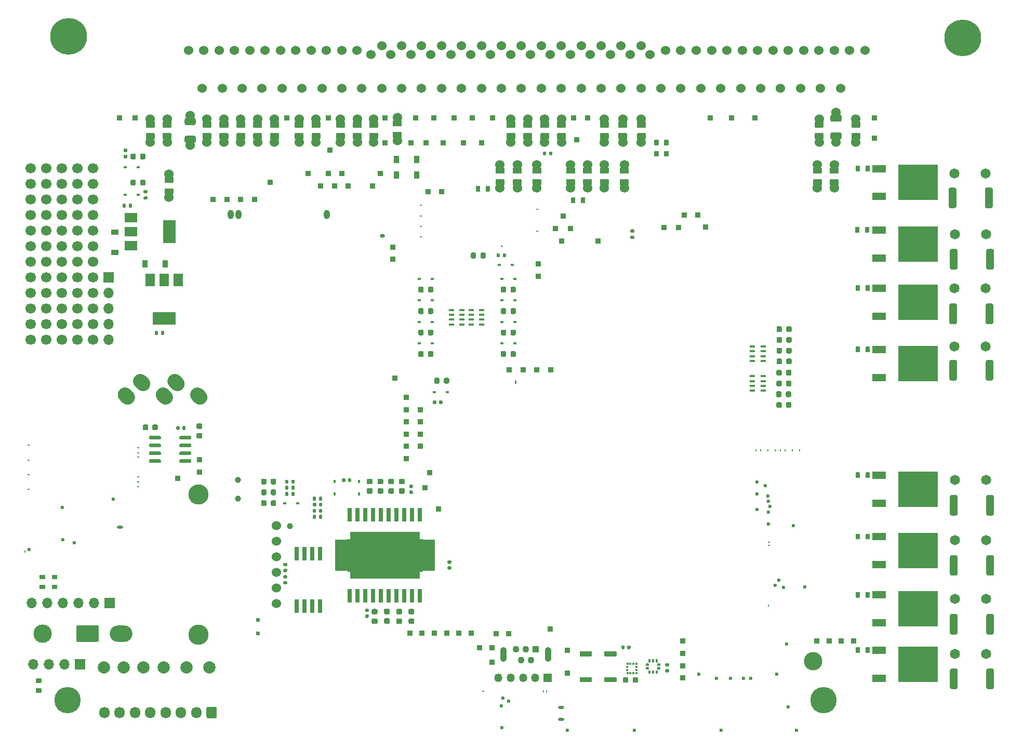
<source format=gts>
G04 #@! TF.GenerationSoftware,KiCad,Pcbnew,(5.99.0-12439-g94954386e6)*
G04 #@! TF.CreationDate,2021-10-05T21:05:25+03:00*
G04 #@! TF.ProjectId,hellen88bmw,68656c6c-656e-4383-9862-6d772e6b6963,A*
G04 #@! TF.SameCoordinates,PX3d1b110PY9269338*
G04 #@! TF.FileFunction,Soldermask,Top*
G04 #@! TF.FilePolarity,Negative*
%FSLAX46Y46*%
G04 Gerber Fmt 4.6, Leading zero omitted, Abs format (unit mm)*
G04 Created by KiCad (PCBNEW (5.99.0-12439-g94954386e6)) date 2021-10-05 21:05:25*
%MOMM*%
%LPD*%
G01*
G04 APERTURE LIST*
%ADD10C,0.010000*%
%ADD11C,6.000000*%
%ADD12C,1.524000*%
%ADD13R,2.200000X1.200000*%
%ADD14R,6.400000X5.800000*%
%ADD15R,1.700000X1.700000*%
%ADD16O,1.700000X1.700000*%
%ADD17R,0.640000X2.160000*%
%ADD18C,4.300000*%
%ADD19C,1.650000*%
%ADD20R,0.600000X0.450000*%
%ADD21R,0.850000X0.850000*%
%ADD22R,0.900000X1.200000*%
%ADD23R,1.350000X1.350000*%
%ADD24O,1.350000X1.350000*%
%ADD25C,3.000000*%
%ADD26C,1.700000*%
%ADD27R,0.900000X0.400000*%
%ADD28C,2.000000*%
%ADD29C,1.000000*%
%ADD30R,0.800000X2.200000*%
%ADD31R,2.032000X5.080000*%
%ADD32R,11.430000X7.620000*%
%ADD33O,0.499999X0.250000*%
%ADD34O,0.250000X0.499999*%
%ADD35C,0.599999*%
%ADD36R,0.350000X0.375000*%
%ADD37R,0.375000X0.350000*%
%ADD38O,0.500000X0.250000*%
%ADD39O,0.250000X0.500000*%
%ADD40O,3.700000X2.700000*%
%ADD41O,1.000001X0.499999*%
%ADD42O,1.700000X1.850000*%
%ADD43R,1.100000X1.100000*%
%ADD44C,1.100000*%
%ADD45O,1.100000X2.400000*%
%ADD46C,3.302000*%
%ADD47O,1.000001X1.500000*%
%ADD48O,0.800001X0.599999*%
%ADD49O,0.200000X0.499999*%
%ADD50O,0.200000X0.399999*%
%ADD51R,1.500000X2.000000*%
%ADD52R,3.800000X2.000000*%
%ADD53R,2.000000X1.500000*%
%ADD54R,2.000000X3.800000*%
%ADD55R,0.450000X0.600000*%
%ADD56R,1.200000X0.900000*%
G04 APERTURE END LIST*
D10*
G04 #@! TO.C,U6*
X65284150Y26631400D02*
X64865600Y26631400D01*
X64865600Y26631400D02*
X64865600Y31919860D01*
X64865600Y31919860D02*
X65284150Y31919860D01*
X65284150Y31919860D02*
X65284150Y26631400D01*
G36*
X65284150Y26631400D02*
G01*
X64865600Y26631400D01*
X64865600Y31919860D01*
X65284150Y31919860D01*
X65284150Y26631400D01*
G37*
X65284150Y26631400D02*
X64865600Y26631400D01*
X64865600Y31919860D01*
X65284150Y31919860D01*
X65284150Y26631400D01*
X53480550Y26631400D02*
X53080000Y26631400D01*
X53080000Y26631400D02*
X53080000Y31917320D01*
X53080000Y31917320D02*
X53480550Y31917320D01*
X53480550Y31917320D02*
X53480550Y26631400D01*
G36*
X53480550Y26631400D02*
G01*
X53080000Y26631400D01*
X53080000Y31917320D01*
X53480550Y31917320D01*
X53480550Y26631400D01*
G37*
X53480550Y26631400D02*
X53080000Y26631400D01*
X53080000Y31917320D01*
X53480550Y31917320D01*
X53480550Y26631400D01*
G04 #@! TD*
D11*
G04 #@! TO.C,PP1*
X7632400Y113856400D03*
X153342400Y113606400D03*
D12*
X27142400Y111606400D03*
X32142400Y111606400D03*
X37142400Y111606400D03*
X42142400Y111606400D03*
X47142400Y111606400D03*
X52142400Y111606400D03*
X56892400Y110856400D03*
X60142400Y110856400D03*
X63392400Y110856400D03*
X66642400Y110856400D03*
X69892400Y110856400D03*
X73142400Y110856400D03*
X76392400Y110856400D03*
X79642400Y110856400D03*
X82892400Y110856400D03*
X86142400Y110856400D03*
X89392400Y110856400D03*
X92642400Y110856400D03*
X95892400Y110856400D03*
X99142400Y110856400D03*
X102392400Y110856400D03*
X107392400Y111606400D03*
X112392400Y111606400D03*
X117392400Y111606400D03*
X122392400Y111606400D03*
X127392400Y111606400D03*
X132392400Y111606400D03*
X137392400Y111606400D03*
X29642400Y111606400D03*
X34642400Y111606400D03*
X39642400Y111606400D03*
X44642400Y111606400D03*
X49642400Y111606400D03*
X54642400Y111606400D03*
X58642400Y112356400D03*
X61892400Y112356400D03*
X65142400Y112356400D03*
X68392400Y112356400D03*
X71642400Y112356400D03*
X74892400Y112356400D03*
X78142400Y112356400D03*
X81392400Y112356400D03*
X84642400Y112356400D03*
X87892400Y112356400D03*
X91142400Y112356400D03*
X94392400Y112356400D03*
X97642400Y112356400D03*
X100892400Y112356400D03*
X104892400Y111606400D03*
X109892400Y111606400D03*
X114892400Y111606400D03*
X119892400Y111606400D03*
X124892400Y111606400D03*
X129892400Y111606400D03*
X134892400Y111606400D03*
X29392400Y105356400D03*
X32642400Y105356400D03*
X35892400Y105356400D03*
X39142400Y105356400D03*
X42392400Y105356400D03*
X45642400Y105356400D03*
X48892400Y105356400D03*
X52142400Y105356400D03*
X55392400Y105356400D03*
X58642400Y105356400D03*
X61892400Y105356400D03*
X65142400Y105356400D03*
X68392400Y105356400D03*
X71642400Y105356400D03*
X74892400Y105356400D03*
X78142400Y105356400D03*
X81392400Y105356400D03*
X84642400Y105356400D03*
X87892400Y105356400D03*
X91142400Y105356400D03*
X94392400Y105356400D03*
X97642400Y105356400D03*
X100892400Y105356400D03*
X104142400Y105356400D03*
X107392400Y105356400D03*
X110642400Y105356400D03*
X113892400Y105356400D03*
X117142400Y105356400D03*
X120392400Y105356400D03*
X123642400Y105356400D03*
X126892400Y105356400D03*
X130142400Y105356400D03*
X133392400Y105356400D03*
G04 #@! TD*
G04 #@! TO.C,JP1*
X20926000Y100428000D03*
G36*
G01*
X20301000Y99973001D02*
X21551000Y99973001D01*
G75*
G02*
X21651000Y99873001I0J-100000D01*
G01*
X21651000Y99073001D01*
G75*
G02*
X21551000Y98973001I-100000J0D01*
G01*
X20301000Y98973001D01*
G75*
G02*
X20201000Y99073001I0J100000D01*
G01*
X20201000Y99873001D01*
G75*
G02*
X20301000Y99973001I100000J0D01*
G01*
G37*
G36*
G01*
X20301000Y98072979D02*
X21551000Y98072979D01*
G75*
G02*
X21651000Y97972979I0J-100000D01*
G01*
X21651000Y97172979D01*
G75*
G02*
X21551000Y97072979I-100000J0D01*
G01*
X20301000Y97072979D01*
G75*
G02*
X20201000Y97172979I0J100000D01*
G01*
X20201000Y97972979D01*
G75*
G02*
X20301000Y98072979I100000J0D01*
G01*
G37*
X20926000Y96618000D03*
G04 #@! TD*
G04 #@! TO.C,JP3*
X30176000Y100428000D03*
G36*
G01*
X29551000Y99973001D02*
X30801000Y99973001D01*
G75*
G02*
X30901000Y99873001I0J-100000D01*
G01*
X30901000Y99073001D01*
G75*
G02*
X30801000Y98973001I-100000J0D01*
G01*
X29551000Y98973001D01*
G75*
G02*
X29451000Y99073001I0J100000D01*
G01*
X29451000Y99873001D01*
G75*
G02*
X29551000Y99973001I100000J0D01*
G01*
G37*
G36*
G01*
X29551000Y98072979D02*
X30801000Y98072979D01*
G75*
G02*
X30901000Y97972979I0J-100000D01*
G01*
X30901000Y97172979D01*
G75*
G02*
X30801000Y97072979I-100000J0D01*
G01*
X29551000Y97072979D01*
G75*
G02*
X29451000Y97172979I0J100000D01*
G01*
X29451000Y97972979D01*
G75*
G02*
X29551000Y98072979I100000J0D01*
G01*
G37*
X30176000Y96618000D03*
G04 #@! TD*
G04 #@! TO.C,JP4*
G36*
G01*
X35051000Y99973001D02*
X36301000Y99973001D01*
G75*
G02*
X36401000Y99873001I0J-100000D01*
G01*
X36401000Y99073001D01*
G75*
G02*
X36301000Y98973001I-100000J0D01*
G01*
X35051000Y98973001D01*
G75*
G02*
X34951000Y99073001I0J100000D01*
G01*
X34951000Y99873001D01*
G75*
G02*
X35051000Y99973001I100000J0D01*
G01*
G37*
X35676000Y100428000D03*
X35676000Y96618000D03*
G36*
G01*
X35051000Y98072979D02*
X36301000Y98072979D01*
G75*
G02*
X36401000Y97972979I0J-100000D01*
G01*
X36401000Y97172979D01*
G75*
G02*
X36301000Y97072979I-100000J0D01*
G01*
X35051000Y97072979D01*
G75*
G02*
X34951000Y97172979I0J100000D01*
G01*
X34951000Y97972979D01*
G75*
G02*
X35051000Y98072979I100000J0D01*
G01*
G37*
G04 #@! TD*
G04 #@! TO.C,JP5*
X45176000Y100428000D03*
G36*
G01*
X44551000Y99973001D02*
X45801000Y99973001D01*
G75*
G02*
X45901000Y99873001I0J-100000D01*
G01*
X45901000Y99073001D01*
G75*
G02*
X45801000Y98973001I-100000J0D01*
G01*
X44551000Y98973001D01*
G75*
G02*
X44451000Y99073001I0J100000D01*
G01*
X44451000Y99873001D01*
G75*
G02*
X44551000Y99973001I100000J0D01*
G01*
G37*
X45176000Y96618000D03*
G36*
G01*
X44551000Y98072979D02*
X45801000Y98072979D01*
G75*
G02*
X45901000Y97972979I0J-100000D01*
G01*
X45901000Y97172979D01*
G75*
G02*
X45801000Y97072979I-100000J0D01*
G01*
X44551000Y97072979D01*
G75*
G02*
X44451000Y97172979I0J100000D01*
G01*
X44451000Y97972979D01*
G75*
G02*
X44551000Y98072979I100000J0D01*
G01*
G37*
G04 #@! TD*
G04 #@! TO.C,JP7*
G36*
G01*
X51301000Y99973001D02*
X52551000Y99973001D01*
G75*
G02*
X52651000Y99873001I0J-100000D01*
G01*
X52651000Y99073001D01*
G75*
G02*
X52551000Y98973001I-100000J0D01*
G01*
X51301000Y98973001D01*
G75*
G02*
X51201000Y99073001I0J100000D01*
G01*
X51201000Y99873001D01*
G75*
G02*
X51301000Y99973001I100000J0D01*
G01*
G37*
X51926000Y100428000D03*
G36*
G01*
X51301000Y98072979D02*
X52551000Y98072979D01*
G75*
G02*
X52651000Y97972979I0J-100000D01*
G01*
X52651000Y97172979D01*
G75*
G02*
X52551000Y97072979I-100000J0D01*
G01*
X51301000Y97072979D01*
G75*
G02*
X51201000Y97172979I0J100000D01*
G01*
X51201000Y97972979D01*
G75*
G02*
X51301000Y98072979I100000J0D01*
G01*
G37*
X51926000Y96618000D03*
G04 #@! TD*
G04 #@! TO.C,JP16*
X85176000Y100428000D03*
G36*
G01*
X84551000Y99973001D02*
X85801000Y99973001D01*
G75*
G02*
X85901000Y99873001I0J-100000D01*
G01*
X85901000Y99073001D01*
G75*
G02*
X85801000Y98973001I-100000J0D01*
G01*
X84551000Y98973001D01*
G75*
G02*
X84451000Y99073001I0J100000D01*
G01*
X84451000Y99873001D01*
G75*
G02*
X84551000Y99973001I100000J0D01*
G01*
G37*
G36*
G01*
X84551000Y98072979D02*
X85801000Y98072979D01*
G75*
G02*
X85901000Y97972979I0J-100000D01*
G01*
X85901000Y97172979D01*
G75*
G02*
X85801000Y97072979I-100000J0D01*
G01*
X84551000Y97072979D01*
G75*
G02*
X84451000Y97172979I0J100000D01*
G01*
X84451000Y97972979D01*
G75*
G02*
X84551000Y98072979I100000J0D01*
G01*
G37*
X85176000Y96618000D03*
G04 #@! TD*
G04 #@! TO.C,JP17*
G36*
G01*
X87301000Y99973001D02*
X88551000Y99973001D01*
G75*
G02*
X88651000Y99873001I0J-100000D01*
G01*
X88651000Y99073001D01*
G75*
G02*
X88551000Y98973001I-100000J0D01*
G01*
X87301000Y98973001D01*
G75*
G02*
X87201000Y99073001I0J100000D01*
G01*
X87201000Y99873001D01*
G75*
G02*
X87301000Y99973001I100000J0D01*
G01*
G37*
X87926000Y100428000D03*
G36*
G01*
X87301000Y98072979D02*
X88551000Y98072979D01*
G75*
G02*
X88651000Y97972979I0J-100000D01*
G01*
X88651000Y97172979D01*
G75*
G02*
X88551000Y97072979I-100000J0D01*
G01*
X87301000Y97072979D01*
G75*
G02*
X87201000Y97172979I0J100000D01*
G01*
X87201000Y97972979D01*
G75*
G02*
X87301000Y98072979I100000J0D01*
G01*
G37*
X87926000Y96618000D03*
G04 #@! TD*
G04 #@! TO.C,JP20*
G36*
G01*
X94301000Y92473001D02*
X95551000Y92473001D01*
G75*
G02*
X95651000Y92373001I0J-100000D01*
G01*
X95651000Y91573001D01*
G75*
G02*
X95551000Y91473001I-100000J0D01*
G01*
X94301000Y91473001D01*
G75*
G02*
X94201000Y91573001I0J100000D01*
G01*
X94201000Y92373001D01*
G75*
G02*
X94301000Y92473001I100000J0D01*
G01*
G37*
X94926000Y92928000D03*
X94926000Y89118000D03*
G36*
G01*
X94301000Y90572979D02*
X95551000Y90572979D01*
G75*
G02*
X95651000Y90472979I0J-100000D01*
G01*
X95651000Y89672979D01*
G75*
G02*
X95551000Y89572979I-100000J0D01*
G01*
X94301000Y89572979D01*
G75*
G02*
X94201000Y89672979I0J100000D01*
G01*
X94201000Y90472979D01*
G75*
G02*
X94301000Y90572979I100000J0D01*
G01*
G37*
G04 #@! TD*
G04 #@! TO.C,JP21*
X98176000Y92928000D03*
G36*
G01*
X97551000Y92473001D02*
X98801000Y92473001D01*
G75*
G02*
X98901000Y92373001I0J-100000D01*
G01*
X98901000Y91573001D01*
G75*
G02*
X98801000Y91473001I-100000J0D01*
G01*
X97551000Y91473001D01*
G75*
G02*
X97451000Y91573001I0J100000D01*
G01*
X97451000Y92373001D01*
G75*
G02*
X97551000Y92473001I100000J0D01*
G01*
G37*
G36*
G01*
X97551000Y90572979D02*
X98801000Y90572979D01*
G75*
G02*
X98901000Y90472979I0J-100000D01*
G01*
X98901000Y89672979D01*
G75*
G02*
X98801000Y89572979I-100000J0D01*
G01*
X97551000Y89572979D01*
G75*
G02*
X97451000Y89672979I0J100000D01*
G01*
X97451000Y90472979D01*
G75*
G02*
X97551000Y90572979I100000J0D01*
G01*
G37*
X98176000Y89118000D03*
G04 #@! TD*
G04 #@! TO.C,JP26*
G36*
G01*
X129301000Y99973001D02*
X130551000Y99973001D01*
G75*
G02*
X130651000Y99873001I0J-100000D01*
G01*
X130651000Y99073001D01*
G75*
G02*
X130551000Y98973001I-100000J0D01*
G01*
X129301000Y98973001D01*
G75*
G02*
X129201000Y99073001I0J100000D01*
G01*
X129201000Y99873001D01*
G75*
G02*
X129301000Y99973001I100000J0D01*
G01*
G37*
X129926000Y100428000D03*
G36*
G01*
X129301000Y98072979D02*
X130551000Y98072979D01*
G75*
G02*
X130651000Y97972979I0J-100000D01*
G01*
X130651000Y97172979D01*
G75*
G02*
X130551000Y97072979I-100000J0D01*
G01*
X129301000Y97072979D01*
G75*
G02*
X129201000Y97172979I0J100000D01*
G01*
X129201000Y97972979D01*
G75*
G02*
X129301000Y98072979I100000J0D01*
G01*
G37*
X129926000Y96618000D03*
G04 #@! TD*
G04 #@! TO.C,JP27*
X135926000Y100428000D03*
G36*
G01*
X135301000Y99973001D02*
X136551000Y99973001D01*
G75*
G02*
X136651000Y99873001I0J-100000D01*
G01*
X136651000Y99073001D01*
G75*
G02*
X136551000Y98973001I-100000J0D01*
G01*
X135301000Y98973001D01*
G75*
G02*
X135201000Y99073001I0J100000D01*
G01*
X135201000Y99873001D01*
G75*
G02*
X135301000Y99973001I100000J0D01*
G01*
G37*
G36*
G01*
X135301000Y98072979D02*
X136551000Y98072979D01*
G75*
G02*
X136651000Y97972979I0J-100000D01*
G01*
X136651000Y97172979D01*
G75*
G02*
X136551000Y97072979I-100000J0D01*
G01*
X135301000Y97072979D01*
G75*
G02*
X135201000Y97172979I0J100000D01*
G01*
X135201000Y97972979D01*
G75*
G02*
X135301000Y98072979I100000J0D01*
G01*
G37*
X135926000Y96618000D03*
G04 #@! TD*
G04 #@! TO.C,JP29*
X23676000Y100428000D03*
G36*
G01*
X23051000Y99973001D02*
X24301000Y99973001D01*
G75*
G02*
X24401000Y99873001I0J-100000D01*
G01*
X24401000Y99073001D01*
G75*
G02*
X24301000Y98973001I-100000J0D01*
G01*
X23051000Y98973001D01*
G75*
G02*
X22951000Y99073001I0J100000D01*
G01*
X22951000Y99873001D01*
G75*
G02*
X23051000Y99973001I100000J0D01*
G01*
G37*
G36*
G01*
X23051000Y98072979D02*
X24301000Y98072979D01*
G75*
G02*
X24401000Y97972979I0J-100000D01*
G01*
X24401000Y97172979D01*
G75*
G02*
X24301000Y97072979I-100000J0D01*
G01*
X23051000Y97072979D01*
G75*
G02*
X22951000Y97172979I0J100000D01*
G01*
X22951000Y97972979D01*
G75*
G02*
X23051000Y98072979I100000J0D01*
G01*
G37*
X23676000Y96618000D03*
G04 #@! TD*
G04 #@! TO.C,JP31*
G36*
G01*
X32301000Y99973001D02*
X33551000Y99973001D01*
G75*
G02*
X33651000Y99873001I0J-100000D01*
G01*
X33651000Y99073001D01*
G75*
G02*
X33551000Y98973001I-100000J0D01*
G01*
X32301000Y98973001D01*
G75*
G02*
X32201000Y99073001I0J100000D01*
G01*
X32201000Y99873001D01*
G75*
G02*
X32301000Y99973001I100000J0D01*
G01*
G37*
X32926000Y100428000D03*
X32926000Y96618000D03*
G36*
G01*
X32301000Y98072979D02*
X33551000Y98072979D01*
G75*
G02*
X33651000Y97972979I0J-100000D01*
G01*
X33651000Y97172979D01*
G75*
G02*
X33551000Y97072979I-100000J0D01*
G01*
X32301000Y97072979D01*
G75*
G02*
X32201000Y97172979I0J100000D01*
G01*
X32201000Y97972979D01*
G75*
G02*
X32301000Y98072979I100000J0D01*
G01*
G37*
G04 #@! TD*
G04 #@! TO.C,JP32*
X41176000Y100428000D03*
G36*
G01*
X40551000Y99973001D02*
X41801000Y99973001D01*
G75*
G02*
X41901000Y99873001I0J-100000D01*
G01*
X41901000Y99073001D01*
G75*
G02*
X41801000Y98973001I-100000J0D01*
G01*
X40551000Y98973001D01*
G75*
G02*
X40451000Y99073001I0J100000D01*
G01*
X40451000Y99873001D01*
G75*
G02*
X40551000Y99973001I100000J0D01*
G01*
G37*
X41176000Y96618000D03*
G36*
G01*
X40551000Y98072979D02*
X41801000Y98072979D01*
G75*
G02*
X41901000Y97972979I0J-100000D01*
G01*
X41901000Y97172979D01*
G75*
G02*
X41801000Y97072979I-100000J0D01*
G01*
X40551000Y97072979D01*
G75*
G02*
X40451000Y97172979I0J100000D01*
G01*
X40451000Y97972979D01*
G75*
G02*
X40551000Y98072979I100000J0D01*
G01*
G37*
G04 #@! TD*
G04 #@! TO.C,JP33*
G36*
G01*
X47301000Y99973001D02*
X48551000Y99973001D01*
G75*
G02*
X48651000Y99873001I0J-100000D01*
G01*
X48651000Y99073001D01*
G75*
G02*
X48551000Y98973001I-100000J0D01*
G01*
X47301000Y98973001D01*
G75*
G02*
X47201000Y99073001I0J100000D01*
G01*
X47201000Y99873001D01*
G75*
G02*
X47301000Y99973001I100000J0D01*
G01*
G37*
X47926000Y100428000D03*
G36*
G01*
X47301000Y98072979D02*
X48551000Y98072979D01*
G75*
G02*
X48651000Y97972979I0J-100000D01*
G01*
X48651000Y97172979D01*
G75*
G02*
X48551000Y97072979I-100000J0D01*
G01*
X47301000Y97072979D01*
G75*
G02*
X47201000Y97172979I0J100000D01*
G01*
X47201000Y97972979D01*
G75*
G02*
X47301000Y98072979I100000J0D01*
G01*
G37*
X47926000Y96618000D03*
G04 #@! TD*
G04 #@! TO.C,JP35*
X57326000Y100428000D03*
G36*
G01*
X56701000Y99973001D02*
X57951000Y99973001D01*
G75*
G02*
X58051000Y99873001I0J-100000D01*
G01*
X58051000Y99073001D01*
G75*
G02*
X57951000Y98973001I-100000J0D01*
G01*
X56701000Y98973001D01*
G75*
G02*
X56601000Y99073001I0J100000D01*
G01*
X56601000Y99873001D01*
G75*
G02*
X56701000Y99973001I100000J0D01*
G01*
G37*
X57326000Y96618000D03*
G36*
G01*
X56701000Y98072979D02*
X57951000Y98072979D01*
G75*
G02*
X58051000Y97972979I0J-100000D01*
G01*
X58051000Y97172979D01*
G75*
G02*
X57951000Y97072979I-100000J0D01*
G01*
X56701000Y97072979D01*
G75*
G02*
X56601000Y97172979I0J100000D01*
G01*
X56601000Y97972979D01*
G75*
G02*
X56701000Y98072979I100000J0D01*
G01*
G37*
G04 #@! TD*
G04 #@! TO.C,JP41*
G36*
G01*
X77301000Y92473001D02*
X78551000Y92473001D01*
G75*
G02*
X78651000Y92373001I0J-100000D01*
G01*
X78651000Y91573001D01*
G75*
G02*
X78551000Y91473001I-100000J0D01*
G01*
X77301000Y91473001D01*
G75*
G02*
X77201000Y91573001I0J100000D01*
G01*
X77201000Y92373001D01*
G75*
G02*
X77301000Y92473001I100000J0D01*
G01*
G37*
X77926000Y92928000D03*
G36*
G01*
X77301000Y90572979D02*
X78551000Y90572979D01*
G75*
G02*
X78651000Y90472979I0J-100000D01*
G01*
X78651000Y89672979D01*
G75*
G02*
X78551000Y89572979I-100000J0D01*
G01*
X77301000Y89572979D01*
G75*
G02*
X77201000Y89672979I0J100000D01*
G01*
X77201000Y90472979D01*
G75*
G02*
X77301000Y90572979I100000J0D01*
G01*
G37*
X77926000Y89118000D03*
G04 #@! TD*
G04 #@! TO.C,JP42*
X80726000Y92928000D03*
G36*
G01*
X80101000Y92473001D02*
X81351000Y92473001D01*
G75*
G02*
X81451000Y92373001I0J-100000D01*
G01*
X81451000Y91573001D01*
G75*
G02*
X81351000Y91473001I-100000J0D01*
G01*
X80101000Y91473001D01*
G75*
G02*
X80001000Y91573001I0J100000D01*
G01*
X80001000Y92373001D01*
G75*
G02*
X80101000Y92473001I100000J0D01*
G01*
G37*
G36*
G01*
X80101000Y90572979D02*
X81351000Y90572979D01*
G75*
G02*
X81451000Y90472979I0J-100000D01*
G01*
X81451000Y89672979D01*
G75*
G02*
X81351000Y89572979I-100000J0D01*
G01*
X80101000Y89572979D01*
G75*
G02*
X80001000Y89672979I0J100000D01*
G01*
X80001000Y90472979D01*
G75*
G02*
X80101000Y90572979I100000J0D01*
G01*
G37*
X80726000Y89118000D03*
G04 #@! TD*
G04 #@! TO.C,JP43*
G36*
G01*
X81801000Y99973001D02*
X83051000Y99973001D01*
G75*
G02*
X83151000Y99873001I0J-100000D01*
G01*
X83151000Y99073001D01*
G75*
G02*
X83051000Y98973001I-100000J0D01*
G01*
X81801000Y98973001D01*
G75*
G02*
X81701000Y99073001I0J100000D01*
G01*
X81701000Y99873001D01*
G75*
G02*
X81801000Y99973001I100000J0D01*
G01*
G37*
X82426000Y100428000D03*
X82426000Y96618000D03*
G36*
G01*
X81801000Y98072979D02*
X83051000Y98072979D01*
G75*
G02*
X83151000Y97972979I0J-100000D01*
G01*
X83151000Y97172979D01*
G75*
G02*
X83051000Y97072979I-100000J0D01*
G01*
X81801000Y97072979D01*
G75*
G02*
X81701000Y97172979I0J100000D01*
G01*
X81701000Y97972979D01*
G75*
G02*
X81801000Y98072979I100000J0D01*
G01*
G37*
G04 #@! TD*
G04 #@! TO.C,JP46*
X89426000Y92928000D03*
G36*
G01*
X88801000Y92473001D02*
X90051000Y92473001D01*
G75*
G02*
X90151000Y92373001I0J-100000D01*
G01*
X90151000Y91573001D01*
G75*
G02*
X90051000Y91473001I-100000J0D01*
G01*
X88801000Y91473001D01*
G75*
G02*
X88701000Y91573001I0J100000D01*
G01*
X88701000Y92373001D01*
G75*
G02*
X88801000Y92473001I100000J0D01*
G01*
G37*
G36*
G01*
X88801000Y90572979D02*
X90051000Y90572979D01*
G75*
G02*
X90151000Y90472979I0J-100000D01*
G01*
X90151000Y89672979D01*
G75*
G02*
X90051000Y89572979I-100000J0D01*
G01*
X88801000Y89572979D01*
G75*
G02*
X88701000Y89672979I0J100000D01*
G01*
X88701000Y90472979D01*
G75*
G02*
X88801000Y90572979I100000J0D01*
G01*
G37*
X89426000Y89118000D03*
G04 #@! TD*
G04 #@! TO.C,JP47*
G36*
G01*
X91551000Y92473001D02*
X92801000Y92473001D01*
G75*
G02*
X92901000Y92373001I0J-100000D01*
G01*
X92901000Y91573001D01*
G75*
G02*
X92801000Y91473001I-100000J0D01*
G01*
X91551000Y91473001D01*
G75*
G02*
X91451000Y91573001I0J100000D01*
G01*
X91451000Y92373001D01*
G75*
G02*
X91551000Y92473001I100000J0D01*
G01*
G37*
X92176000Y92928000D03*
X92176000Y89118000D03*
G36*
G01*
X91551000Y90572979D02*
X92801000Y90572979D01*
G75*
G02*
X92901000Y90472979I0J-100000D01*
G01*
X92901000Y89672979D01*
G75*
G02*
X92801000Y89572979I-100000J0D01*
G01*
X91551000Y89572979D01*
G75*
G02*
X91451000Y89672979I0J100000D01*
G01*
X91451000Y90472979D01*
G75*
G02*
X91551000Y90572979I100000J0D01*
G01*
G37*
G04 #@! TD*
G04 #@! TO.C,JP54*
G36*
G01*
X131776000Y100178010D02*
X131776000Y100868010D01*
G75*
G02*
X132006000Y101098010I230000J0D01*
G01*
X133346000Y101098010D01*
G75*
G02*
X133576000Y100868010I0J-230000D01*
G01*
X133576000Y100178010D01*
G75*
G02*
X133346000Y99948010I-230000J0D01*
G01*
X132006000Y99948010D01*
G75*
G02*
X131776000Y100178010I0J230000D01*
G01*
G37*
X132676000Y101523000D03*
X132676000Y96623000D03*
G36*
G01*
X131776000Y97277990D02*
X131776000Y97967990D01*
G75*
G02*
X132006000Y98197990I230000J0D01*
G01*
X133346000Y98197990D01*
G75*
G02*
X133576000Y97967990I0J-230000D01*
G01*
X133576000Y97277990D01*
G75*
G02*
X133346000Y97047990I-230000J0D01*
G01*
X132006000Y97047990D01*
G75*
G02*
X131776000Y97277990I0J230000D01*
G01*
G37*
G04 #@! TD*
G04 #@! TO.C,JP56*
G36*
G01*
X26526000Y99628010D02*
X26526000Y100318010D01*
G75*
G02*
X26756000Y100548010I230000J0D01*
G01*
X28096000Y100548010D01*
G75*
G02*
X28326000Y100318010I0J-230000D01*
G01*
X28326000Y99628010D01*
G75*
G02*
X28096000Y99398010I-230000J0D01*
G01*
X26756000Y99398010D01*
G75*
G02*
X26526000Y99628010I0J230000D01*
G01*
G37*
X27426000Y100973000D03*
X27426000Y96073000D03*
G36*
G01*
X26526000Y96727990D02*
X26526000Y97417990D01*
G75*
G02*
X26756000Y97647990I230000J0D01*
G01*
X28096000Y97647990D01*
G75*
G02*
X28326000Y97417990I0J-230000D01*
G01*
X28326000Y96727990D01*
G75*
G02*
X28096000Y96497990I-230000J0D01*
G01*
X26756000Y96497990D01*
G75*
G02*
X26526000Y96727990I0J230000D01*
G01*
G37*
G04 #@! TD*
G04 #@! TO.C,JP73*
X83926000Y92928000D03*
G36*
G01*
X83301000Y92473001D02*
X84551000Y92473001D01*
G75*
G02*
X84651000Y92373001I0J-100000D01*
G01*
X84651000Y91573001D01*
G75*
G02*
X84551000Y91473001I-100000J0D01*
G01*
X83301000Y91473001D01*
G75*
G02*
X83201000Y91573001I0J100000D01*
G01*
X83201000Y92373001D01*
G75*
G02*
X83301000Y92473001I100000J0D01*
G01*
G37*
X83926000Y89118000D03*
G36*
G01*
X83301000Y90572979D02*
X84551000Y90572979D01*
G75*
G02*
X84651000Y90472979I0J-100000D01*
G01*
X84651000Y89672979D01*
G75*
G02*
X84551000Y89572979I-100000J0D01*
G01*
X83301000Y89572979D01*
G75*
G02*
X83201000Y89672979I0J100000D01*
G01*
X83201000Y90472979D01*
G75*
G02*
X83301000Y90572979I100000J0D01*
G01*
G37*
G04 #@! TD*
G04 #@! TO.C,JP77*
G36*
G01*
X94301000Y99973001D02*
X95551000Y99973001D01*
G75*
G02*
X95651000Y99873001I0J-100000D01*
G01*
X95651000Y99073001D01*
G75*
G02*
X95551000Y98973001I-100000J0D01*
G01*
X94301000Y98973001D01*
G75*
G02*
X94201000Y99073001I0J100000D01*
G01*
X94201000Y99873001D01*
G75*
G02*
X94301000Y99973001I100000J0D01*
G01*
G37*
X94926000Y100428000D03*
G36*
G01*
X94301000Y98072979D02*
X95551000Y98072979D01*
G75*
G02*
X95651000Y97972979I0J-100000D01*
G01*
X95651000Y97172979D01*
G75*
G02*
X95551000Y97072979I-100000J0D01*
G01*
X94301000Y97072979D01*
G75*
G02*
X94201000Y97172979I0J100000D01*
G01*
X94201000Y97972979D01*
G75*
G02*
X94301000Y98072979I100000J0D01*
G01*
G37*
X94926000Y96618000D03*
G04 #@! TD*
G04 #@! TO.C,JP78*
X100926000Y100428000D03*
G36*
G01*
X100301000Y99973001D02*
X101551000Y99973001D01*
G75*
G02*
X101651000Y99873001I0J-100000D01*
G01*
X101651000Y99073001D01*
G75*
G02*
X101551000Y98973001I-100000J0D01*
G01*
X100301000Y98973001D01*
G75*
G02*
X100201000Y99073001I0J100000D01*
G01*
X100201000Y99873001D01*
G75*
G02*
X100301000Y99973001I100000J0D01*
G01*
G37*
G36*
G01*
X100301000Y98072979D02*
X101551000Y98072979D01*
G75*
G02*
X101651000Y97972979I0J-100000D01*
G01*
X101651000Y97172979D01*
G75*
G02*
X101551000Y97072979I-100000J0D01*
G01*
X100301000Y97072979D01*
G75*
G02*
X100201000Y97172979I0J100000D01*
G01*
X100201000Y97972979D01*
G75*
G02*
X100301000Y98072979I100000J0D01*
G01*
G37*
X100926000Y96618000D03*
G04 #@! TD*
G04 #@! TO.C,JP85*
G36*
G01*
X131751000Y92473001D02*
X133001000Y92473001D01*
G75*
G02*
X133101000Y92373001I0J-100000D01*
G01*
X133101000Y91573001D01*
G75*
G02*
X133001000Y91473001I-100000J0D01*
G01*
X131751000Y91473001D01*
G75*
G02*
X131651000Y91573001I0J100000D01*
G01*
X131651000Y92373001D01*
G75*
G02*
X131751000Y92473001I100000J0D01*
G01*
G37*
X132376000Y92928000D03*
X132376000Y89118000D03*
G36*
G01*
X131751000Y90572979D02*
X133001000Y90572979D01*
G75*
G02*
X133101000Y90472979I0J-100000D01*
G01*
X133101000Y89672979D01*
G75*
G02*
X133001000Y89572979I-100000J0D01*
G01*
X131751000Y89572979D01*
G75*
G02*
X131651000Y89672979I0J100000D01*
G01*
X131651000Y90472979D01*
G75*
G02*
X131751000Y90572979I100000J0D01*
G01*
G37*
G04 #@! TD*
G04 #@! TO.C,JP86*
X129626000Y92928000D03*
G36*
G01*
X129001000Y92473001D02*
X130251000Y92473001D01*
G75*
G02*
X130351000Y92373001I0J-100000D01*
G01*
X130351000Y91573001D01*
G75*
G02*
X130251000Y91473001I-100000J0D01*
G01*
X129001000Y91473001D01*
G75*
G02*
X128901000Y91573001I0J100000D01*
G01*
X128901000Y92373001D01*
G75*
G02*
X129001000Y92473001I100000J0D01*
G01*
G37*
G36*
G01*
X129001000Y90572979D02*
X130251000Y90572979D01*
G75*
G02*
X130351000Y90472979I0J-100000D01*
G01*
X130351000Y89672979D01*
G75*
G02*
X130251000Y89572979I-100000J0D01*
G01*
X129001000Y89572979D01*
G75*
G02*
X128901000Y89672979I0J100000D01*
G01*
X128901000Y90472979D01*
G75*
G02*
X129001000Y90572979I100000J0D01*
G01*
G37*
X129626000Y89118000D03*
G04 #@! TD*
G04 #@! TO.C,JP59*
X38426000Y100428000D03*
G36*
G01*
X37801000Y99973001D02*
X39051000Y99973001D01*
G75*
G02*
X39151000Y99873001I0J-100000D01*
G01*
X39151000Y99073001D01*
G75*
G02*
X39051000Y98973001I-100000J0D01*
G01*
X37801000Y98973001D01*
G75*
G02*
X37701000Y99073001I0J100000D01*
G01*
X37701000Y99873001D01*
G75*
G02*
X37801000Y99973001I100000J0D01*
G01*
G37*
X38426000Y96618000D03*
G36*
G01*
X37801000Y98072979D02*
X39051000Y98072979D01*
G75*
G02*
X39151000Y97972979I0J-100000D01*
G01*
X39151000Y97172979D01*
G75*
G02*
X39051000Y97072979I-100000J0D01*
G01*
X37801000Y97072979D01*
G75*
G02*
X37701000Y97172979I0J100000D01*
G01*
X37701000Y97972979D01*
G75*
G02*
X37801000Y98072979I100000J0D01*
G01*
G37*
G04 #@! TD*
D13*
G04 #@! TO.C,Q1*
X139726000Y32303000D03*
D14*
X146026000Y30023000D03*
D13*
X139726000Y27743000D03*
G04 #@! TD*
G04 #@! TO.C,Q6*
X139726000Y92303000D03*
D14*
X146026000Y90023000D03*
D13*
X139726000Y87743000D03*
G04 #@! TD*
G04 #@! TO.C,Q2*
X139726000Y42303000D03*
D14*
X146026000Y40023000D03*
D13*
X139726000Y37743000D03*
G04 #@! TD*
G04 #@! TO.C,Q5*
X139726000Y82303000D03*
D14*
X146026000Y80023000D03*
D13*
X139726000Y77743000D03*
G04 #@! TD*
G04 #@! TO.C,Q3*
X139726000Y62803000D03*
D14*
X146026000Y60523000D03*
D13*
X139726000Y58243000D03*
G04 #@! TD*
G04 #@! TO.C,Q4*
X139726000Y72803000D03*
D14*
X146026000Y70523000D03*
D13*
X139726000Y68243000D03*
G04 #@! TD*
G04 #@! TO.C,C1*
G36*
G01*
X42756000Y26033000D02*
X43096000Y26033000D01*
G75*
G02*
X43236000Y25893000I0J-140000D01*
G01*
X43236000Y25613000D01*
G75*
G02*
X43096000Y25473000I-140000J0D01*
G01*
X42756000Y25473000D01*
G75*
G02*
X42616000Y25613000I0J140000D01*
G01*
X42616000Y25893000D01*
G75*
G02*
X42756000Y26033000I140000J0D01*
G01*
G37*
G36*
G01*
X42756000Y25073000D02*
X43096000Y25073000D01*
G75*
G02*
X43236000Y24933000I0J-140000D01*
G01*
X43236000Y24653000D01*
G75*
G02*
X43096000Y24513000I-140000J0D01*
G01*
X42756000Y24513000D01*
G75*
G02*
X42616000Y24653000I0J140000D01*
G01*
X42616000Y24933000D01*
G75*
G02*
X42756000Y25073000I140000J0D01*
G01*
G37*
G04 #@! TD*
G04 #@! TO.C,C2*
G36*
G01*
X43096000Y26513000D02*
X42756000Y26513000D01*
G75*
G02*
X42616000Y26653000I0J140000D01*
G01*
X42616000Y26933000D01*
G75*
G02*
X42756000Y27073000I140000J0D01*
G01*
X43096000Y27073000D01*
G75*
G02*
X43236000Y26933000I0J-140000D01*
G01*
X43236000Y26653000D01*
G75*
G02*
X43096000Y26513000I-140000J0D01*
G01*
G37*
G36*
G01*
X43096000Y27473000D02*
X42756000Y27473000D01*
G75*
G02*
X42616000Y27613000I0J140000D01*
G01*
X42616000Y27893000D01*
G75*
G02*
X42756000Y28033000I140000J0D01*
G01*
X43096000Y28033000D01*
G75*
G02*
X43236000Y27893000I0J-140000D01*
G01*
X43236000Y27613000D01*
G75*
G02*
X43096000Y27473000I-140000J0D01*
G01*
G37*
G04 #@! TD*
D15*
G04 #@! TO.C,J4*
X14158000Y74529000D03*
D16*
X14158000Y71989000D03*
X14158000Y69449000D03*
X14158000Y66909000D03*
X14158000Y64369000D03*
G04 #@! TD*
D17*
G04 #@! TO.C,U1*
X44771000Y21003000D03*
X46041000Y21003000D03*
X47311000Y21003000D03*
X48581000Y21003000D03*
X48581000Y29543000D03*
X47311000Y29543000D03*
X46041000Y29543000D03*
X44771000Y29543000D03*
G04 #@! TD*
D18*
G04 #@! TO.C,H1*
X130622000Y5663000D03*
G04 #@! TD*
G04 #@! TO.C,H2*
X7432000Y5663000D03*
G04 #@! TD*
G04 #@! TO.C,R1*
G36*
G01*
X16396000Y86088000D02*
X16396000Y86458000D01*
G75*
G02*
X16531000Y86593000I135000J0D01*
G01*
X16801000Y86593000D01*
G75*
G02*
X16936000Y86458000I0J-135000D01*
G01*
X16936000Y86088000D01*
G75*
G02*
X16801000Y85953000I-135000J0D01*
G01*
X16531000Y85953000D01*
G75*
G02*
X16396000Y86088000I0J135000D01*
G01*
G37*
G36*
G01*
X17416000Y86088000D02*
X17416000Y86458000D01*
G75*
G02*
X17551000Y86593000I135000J0D01*
G01*
X17821000Y86593000D01*
G75*
G02*
X17956000Y86458000I0J-135000D01*
G01*
X17956000Y86088000D01*
G75*
G02*
X17821000Y85953000I-135000J0D01*
G01*
X17551000Y85953000D01*
G75*
G02*
X17416000Y86088000I0J135000D01*
G01*
G37*
G04 #@! TD*
D19*
G04 #@! TO.C,F3*
X157066000Y72823000D03*
X151986000Y72823000D03*
G04 #@! TD*
D20*
G04 #@! TO.C,D14*
X66876000Y70823000D03*
X64776000Y70823000D03*
G04 #@! TD*
G04 #@! TO.C,R10*
G36*
G01*
X151251000Y16598000D02*
X151251000Y19448000D01*
G75*
G02*
X151501000Y19698000I250000J0D01*
G01*
X152226000Y19698000D01*
G75*
G02*
X152476000Y19448000I0J-250000D01*
G01*
X152476000Y16598000D01*
G75*
G02*
X152226000Y16348000I-250000J0D01*
G01*
X151501000Y16348000D01*
G75*
G02*
X151251000Y16598000I0J250000D01*
G01*
G37*
G36*
G01*
X157176000Y16598000D02*
X157176000Y19448000D01*
G75*
G02*
X157426000Y19698000I250000J0D01*
G01*
X158151000Y19698000D01*
G75*
G02*
X158401000Y19448000I0J-250000D01*
G01*
X158401000Y16598000D01*
G75*
G02*
X158151000Y16348000I-250000J0D01*
G01*
X157426000Y16348000D01*
G75*
G02*
X157176000Y16598000I0J250000D01*
G01*
G37*
G04 #@! TD*
G04 #@! TO.C,D23*
G36*
G01*
X122988500Y65866750D02*
X122988500Y66379250D01*
G75*
G02*
X123207250Y66598000I218750J0D01*
G01*
X123644750Y66598000D01*
G75*
G02*
X123863500Y66379250I0J-218750D01*
G01*
X123863500Y65866750D01*
G75*
G02*
X123644750Y65648000I-218750J0D01*
G01*
X123207250Y65648000D01*
G75*
G02*
X122988500Y65866750I0J218750D01*
G01*
G37*
G36*
G01*
X124563500Y65866750D02*
X124563500Y66379250D01*
G75*
G02*
X124782250Y66598000I218750J0D01*
G01*
X125219750Y66598000D01*
G75*
G02*
X125438500Y66379250I0J-218750D01*
G01*
X125438500Y65866750D01*
G75*
G02*
X125219750Y65648000I-218750J0D01*
G01*
X124782250Y65648000D01*
G75*
G02*
X124563500Y65866750I0J218750D01*
G01*
G37*
G04 #@! TD*
D21*
G04 #@! TO.C,VIN16*
X84176000Y76773000D03*
G04 #@! TD*
G04 #@! TO.C,D25*
G36*
G01*
X64601000Y65316750D02*
X64601000Y65829250D01*
G75*
G02*
X64819750Y66048000I218750J0D01*
G01*
X65257250Y66048000D01*
G75*
G02*
X65476000Y65829250I0J-218750D01*
G01*
X65476000Y65316750D01*
G75*
G02*
X65257250Y65098000I-218750J0D01*
G01*
X64819750Y65098000D01*
G75*
G02*
X64601000Y65316750I0J218750D01*
G01*
G37*
G36*
G01*
X66176000Y65316750D02*
X66176000Y65829250D01*
G75*
G02*
X66394750Y66048000I218750J0D01*
G01*
X66832250Y66048000D01*
G75*
G02*
X67051000Y65829250I0J-218750D01*
G01*
X67051000Y65316750D01*
G75*
G02*
X66832250Y65098000I-218750J0D01*
G01*
X66394750Y65098000D01*
G75*
G02*
X66176000Y65316750I0J218750D01*
G01*
G37*
G04 #@! TD*
D22*
G04 #@! TO.C,D10*
X20026000Y76773000D03*
X23326000Y76773000D03*
G04 #@! TD*
D23*
G04 #@! TO.C,J2*
X85676000Y9273000D03*
D24*
X83676000Y9273000D03*
X81676000Y9273000D03*
X79676000Y9273000D03*
X77676000Y9273000D03*
G04 #@! TD*
D25*
G04 #@! TO.C,TP4*
X128926000Y12023000D03*
G04 #@! TD*
D21*
G04 #@! TO.C,VOUT1*
X46676000Y91523000D03*
G04 #@! TD*
G04 #@! TO.C,D27*
G36*
G01*
X80501000Y69329250D02*
X80501000Y68816750D01*
G75*
G02*
X80282250Y68598000I-218750J0D01*
G01*
X79844750Y68598000D01*
G75*
G02*
X79626000Y68816750I0J218750D01*
G01*
X79626000Y69329250D01*
G75*
G02*
X79844750Y69548000I218750J0D01*
G01*
X80282250Y69548000D01*
G75*
G02*
X80501000Y69329250I0J-218750D01*
G01*
G37*
G36*
G01*
X78926000Y69329250D02*
X78926000Y68816750D01*
G75*
G02*
X78707250Y68598000I-218750J0D01*
G01*
X78269750Y68598000D01*
G75*
G02*
X78051000Y68816750I0J218750D01*
G01*
X78051000Y69329250D01*
G75*
G02*
X78269750Y69548000I218750J0D01*
G01*
X78707250Y69548000D01*
G75*
G02*
X78926000Y69329250I0J-218750D01*
G01*
G37*
G04 #@! TD*
G04 #@! TO.C,VIN5*
X93926000Y80523000D03*
G04 #@! TD*
G04 #@! TO.C,VOUT27*
X28976000Y44823000D03*
G04 #@! TD*
G04 #@! TO.C,MMCU14*
X67926000Y36773000D03*
G04 #@! TD*
G04 #@! TO.C,R6*
G36*
G01*
X99291000Y82403000D02*
X99661000Y82403000D01*
G75*
G02*
X99796000Y82268000I0J-135000D01*
G01*
X99796000Y81998000D01*
G75*
G02*
X99661000Y81863000I-135000J0D01*
G01*
X99291000Y81863000D01*
G75*
G02*
X99156000Y81998000I0J135000D01*
G01*
X99156000Y82268000D01*
G75*
G02*
X99291000Y82403000I135000J0D01*
G01*
G37*
G36*
G01*
X99291000Y81383000D02*
X99661000Y81383000D01*
G75*
G02*
X99796000Y81248000I0J-135000D01*
G01*
X99796000Y80978000D01*
G75*
G02*
X99661000Y80843000I-135000J0D01*
G01*
X99291000Y80843000D01*
G75*
G02*
X99156000Y80978000I0J135000D01*
G01*
X99156000Y81248000D01*
G75*
G02*
X99291000Y81383000I135000J0D01*
G01*
G37*
G04 #@! TD*
G04 #@! TO.C,MMCU4*
X131526001Y15323000D03*
G04 #@! TD*
G04 #@! TO.C,MMCU31*
X63226000Y16573000D03*
G04 #@! TD*
G04 #@! TO.C,C13*
G36*
G01*
X61231000Y20528000D02*
X61731000Y20528000D01*
G75*
G02*
X61956000Y20303000I0J-225000D01*
G01*
X61956000Y19853000D01*
G75*
G02*
X61731000Y19628000I-225000J0D01*
G01*
X61231000Y19628000D01*
G75*
G02*
X61006000Y19853000I0J225000D01*
G01*
X61006000Y20303000D01*
G75*
G02*
X61231000Y20528000I225000J0D01*
G01*
G37*
G36*
G01*
X61231000Y18978000D02*
X61731000Y18978000D01*
G75*
G02*
X61956000Y18753000I0J-225000D01*
G01*
X61956000Y18303000D01*
G75*
G02*
X61731000Y18078000I-225000J0D01*
G01*
X61231000Y18078000D01*
G75*
G02*
X61006000Y18303000I0J225000D01*
G01*
X61006000Y18753000D01*
G75*
G02*
X61231000Y18978000I225000J0D01*
G01*
G37*
G04 #@! TD*
G04 #@! TO.C,cr8*
X15926000Y100523000D03*
G04 #@! TD*
G04 #@! TO.C,D29*
G36*
G01*
X64601000Y61816750D02*
X64601000Y62329250D01*
G75*
G02*
X64819750Y62548000I218750J0D01*
G01*
X65257250Y62548000D01*
G75*
G02*
X65476000Y62329250I0J-218750D01*
G01*
X65476000Y61816750D01*
G75*
G02*
X65257250Y61598000I-218750J0D01*
G01*
X64819750Y61598000D01*
G75*
G02*
X64601000Y61816750I0J218750D01*
G01*
G37*
G36*
G01*
X66176000Y61816750D02*
X66176000Y62329250D01*
G75*
G02*
X66394750Y62548000I218750J0D01*
G01*
X66832250Y62548000D01*
G75*
G02*
X67051000Y62329250I0J-218750D01*
G01*
X67051000Y61816750D01*
G75*
G02*
X66832250Y61598000I-218750J0D01*
G01*
X66394750Y61598000D01*
G75*
G02*
X66176000Y61816750I0J218750D01*
G01*
G37*
G04 #@! TD*
D20*
G04 #@! TO.C,D1*
X16876000Y88023000D03*
X18976000Y88023000D03*
G04 #@! TD*
D21*
G04 #@! TO.C,VOUT24*
X60776000Y58123000D03*
G04 #@! TD*
G04 #@! TO.C,MMCU28*
X71226000Y16573000D03*
G04 #@! TD*
G04 #@! TO.C,VOUT10*
X49926000Y91474215D03*
G04 #@! TD*
D26*
G04 #@! TO.C,G6*
X1458000Y77069000D03*
X3998000Y77069000D03*
X6538000Y77069000D03*
X9078000Y77069000D03*
X11618000Y77069000D03*
X1458000Y74529000D03*
X3998000Y74529000D03*
X6538000Y74529000D03*
X9078000Y74529000D03*
X11618000Y74529000D03*
X1458000Y71989000D03*
X3998000Y71989000D03*
X6538000Y71989000D03*
X9078000Y71989000D03*
X11618000Y71989000D03*
G04 #@! TD*
D21*
G04 #@! TO.C,cr1*
X70426000Y100523000D03*
G04 #@! TD*
G04 #@! TO.C,R33*
G36*
G01*
X42896000Y39088000D02*
X42896000Y39458000D01*
G75*
G02*
X43031000Y39593000I135000J0D01*
G01*
X43301000Y39593000D01*
G75*
G02*
X43436000Y39458000I0J-135000D01*
G01*
X43436000Y39088000D01*
G75*
G02*
X43301000Y38953000I-135000J0D01*
G01*
X43031000Y38953000D01*
G75*
G02*
X42896000Y39088000I0J135000D01*
G01*
G37*
G36*
G01*
X43916000Y39088000D02*
X43916000Y39458000D01*
G75*
G02*
X44051000Y39593000I135000J0D01*
G01*
X44321000Y39593000D01*
G75*
G02*
X44456000Y39458000I0J-135000D01*
G01*
X44456000Y39088000D01*
G75*
G02*
X44321000Y38953000I-135000J0D01*
G01*
X44051000Y38953000D01*
G75*
G02*
X43916000Y39088000I0J135000D01*
G01*
G37*
G04 #@! TD*
G04 #@! TO.C,MMCU30*
X67226000Y16573000D03*
G04 #@! TD*
D27*
G04 #@! TO.C,RN7*
X71676000Y66873000D03*
X71676000Y67673000D03*
X71676000Y68473000D03*
X71676000Y69273000D03*
X69976000Y69273000D03*
X69976000Y68473000D03*
X69976000Y67673000D03*
X69976000Y66873000D03*
G04 #@! TD*
D13*
G04 #@! TO.C,Q7*
X139726000Y22803000D03*
D14*
X146026000Y20523000D03*
D13*
X139726000Y18243000D03*
G04 #@! TD*
D21*
G04 #@! TO.C,MMCU18*
X69226000Y16573000D03*
G04 #@! TD*
G04 #@! TO.C,cr11*
X67176000Y100523000D03*
G04 #@! TD*
D28*
G04 #@! TO.C,P3*
X23090213Y11023000D03*
G04 #@! TD*
D21*
G04 #@! TO.C,MMCU9*
X77326000Y16473000D03*
G04 #@! TD*
G04 #@! TO.C,D28*
G36*
G01*
X64601000Y68816750D02*
X64601000Y69329250D01*
G75*
G02*
X64819750Y69548000I218750J0D01*
G01*
X65257250Y69548000D01*
G75*
G02*
X65476000Y69329250I0J-218750D01*
G01*
X65476000Y68816750D01*
G75*
G02*
X65257250Y68598000I-218750J0D01*
G01*
X64819750Y68598000D01*
G75*
G02*
X64601000Y68816750I0J218750D01*
G01*
G37*
G36*
G01*
X66176000Y68816750D02*
X66176000Y69329250D01*
G75*
G02*
X66394750Y69548000I218750J0D01*
G01*
X66832250Y69548000D01*
G75*
G02*
X67051000Y69329250I0J-218750D01*
G01*
X67051000Y68816750D01*
G75*
G02*
X66832250Y68598000I-218750J0D01*
G01*
X66394750Y68598000D01*
G75*
G02*
X66176000Y68816750I0J218750D01*
G01*
G37*
G04 #@! TD*
G04 #@! TO.C,R9*
G36*
G01*
X151151000Y57998000D02*
X151151000Y60848000D01*
G75*
G02*
X151401000Y61098000I250000J0D01*
G01*
X152126000Y61098000D01*
G75*
G02*
X152376000Y60848000I0J-250000D01*
G01*
X152376000Y57998000D01*
G75*
G02*
X152126000Y57748000I-250000J0D01*
G01*
X151401000Y57748000D01*
G75*
G02*
X151151000Y57998000I0J250000D01*
G01*
G37*
G36*
G01*
X157076000Y57998000D02*
X157076000Y60848000D01*
G75*
G02*
X157326000Y61098000I250000J0D01*
G01*
X158051000Y61098000D01*
G75*
G02*
X158301000Y60848000I0J-250000D01*
G01*
X158301000Y57998000D01*
G75*
G02*
X158051000Y57748000I-250000J0D01*
G01*
X157326000Y57748000D01*
G75*
G02*
X157076000Y57998000I0J250000D01*
G01*
G37*
G04 #@! TD*
G04 #@! TO.C,D11*
G36*
G01*
X67188500Y57466750D02*
X67188500Y57979250D01*
G75*
G02*
X67407250Y58198000I218750J0D01*
G01*
X67844750Y58198000D01*
G75*
G02*
X68063500Y57979250I0J-218750D01*
G01*
X68063500Y57466750D01*
G75*
G02*
X67844750Y57248000I-218750J0D01*
G01*
X67407250Y57248000D01*
G75*
G02*
X67188500Y57466750I0J218750D01*
G01*
G37*
G36*
G01*
X68763500Y57466750D02*
X68763500Y57979250D01*
G75*
G02*
X68982250Y58198000I218750J0D01*
G01*
X69419750Y58198000D01*
G75*
G02*
X69638500Y57979250I0J-218750D01*
G01*
X69638500Y57466750D01*
G75*
G02*
X69419750Y57248000I-218750J0D01*
G01*
X68982250Y57248000D01*
G75*
G02*
X68763500Y57466750I0J218750D01*
G01*
G37*
G04 #@! TD*
G04 #@! TO.C,VOUT5*
X48676000Y89474215D03*
G04 #@! TD*
G04 #@! TO.C,C21*
G36*
G01*
X56926000Y39298000D02*
X56426000Y39298000D01*
G75*
G02*
X56201000Y39523000I0J225000D01*
G01*
X56201000Y39973000D01*
G75*
G02*
X56426000Y40198000I225000J0D01*
G01*
X56926000Y40198000D01*
G75*
G02*
X57151000Y39973000I0J-225000D01*
G01*
X57151000Y39523000D01*
G75*
G02*
X56926000Y39298000I-225000J0D01*
G01*
G37*
G36*
G01*
X56926000Y40848000D02*
X56426000Y40848000D01*
G75*
G02*
X56201000Y41073000I0J225000D01*
G01*
X56201000Y41523000D01*
G75*
G02*
X56426000Y41748000I225000J0D01*
G01*
X56926000Y41748000D01*
G75*
G02*
X57151000Y41523000I0J-225000D01*
G01*
X57151000Y41073000D01*
G75*
G02*
X56926000Y40848000I-225000J0D01*
G01*
G37*
G04 #@! TD*
G04 #@! TO.C,R31*
G36*
G01*
X42896000Y41088000D02*
X42896000Y41458000D01*
G75*
G02*
X43031000Y41593000I135000J0D01*
G01*
X43301000Y41593000D01*
G75*
G02*
X43436000Y41458000I0J-135000D01*
G01*
X43436000Y41088000D01*
G75*
G02*
X43301000Y40953000I-135000J0D01*
G01*
X43031000Y40953000D01*
G75*
G02*
X42896000Y41088000I0J135000D01*
G01*
G37*
G36*
G01*
X43916000Y41088000D02*
X43916000Y41458000D01*
G75*
G02*
X44051000Y41593000I135000J0D01*
G01*
X44321000Y41593000D01*
G75*
G02*
X44456000Y41458000I0J-135000D01*
G01*
X44456000Y41088000D01*
G75*
G02*
X44321000Y40953000I-135000J0D01*
G01*
X44051000Y40953000D01*
G75*
G02*
X43916000Y41088000I0J135000D01*
G01*
G37*
G04 #@! TD*
G04 #@! TO.C,D22*
G36*
G01*
X122988500Y62366750D02*
X122988500Y62879250D01*
G75*
G02*
X123207250Y63098000I218750J0D01*
G01*
X123644750Y63098000D01*
G75*
G02*
X123863500Y62879250I0J-218750D01*
G01*
X123863500Y62366750D01*
G75*
G02*
X123644750Y62148000I-218750J0D01*
G01*
X123207250Y62148000D01*
G75*
G02*
X122988500Y62366750I0J218750D01*
G01*
G37*
G36*
G01*
X124563500Y62366750D02*
X124563500Y62879250D01*
G75*
G02*
X124782250Y63098000I218750J0D01*
G01*
X125219750Y63098000D01*
G75*
G02*
X125438500Y62879250I0J-218750D01*
G01*
X125438500Y62366750D01*
G75*
G02*
X125219750Y62148000I-218750J0D01*
G01*
X124782250Y62148000D01*
G75*
G02*
X124563500Y62366750I0J218750D01*
G01*
G37*
G04 #@! TD*
G04 #@! TO.C,VOUT13*
X62676000Y53023000D03*
G04 #@! TD*
G04 #@! TO.C,KNOCK_RAW2*
X74926000Y96523000D03*
G04 #@! TD*
G04 #@! TO.C,C17*
G36*
G01*
X60426000Y39298000D02*
X59926000Y39298000D01*
G75*
G02*
X59701000Y39523000I0J225000D01*
G01*
X59701000Y39973000D01*
G75*
G02*
X59926000Y40198000I225000J0D01*
G01*
X60426000Y40198000D01*
G75*
G02*
X60651000Y39973000I0J-225000D01*
G01*
X60651000Y39523000D01*
G75*
G02*
X60426000Y39298000I-225000J0D01*
G01*
G37*
G36*
G01*
X60426000Y40848000D02*
X59926000Y40848000D01*
G75*
G02*
X59701000Y41073000I0J225000D01*
G01*
X59701000Y41523000D01*
G75*
G02*
X59926000Y41748000I225000J0D01*
G01*
X60426000Y41748000D01*
G75*
G02*
X60651000Y41523000I0J-225000D01*
G01*
X60651000Y41073000D01*
G75*
G02*
X60426000Y40848000I-225000J0D01*
G01*
G37*
G04 #@! TD*
G04 #@! TO.C,MMCU2*
X135526000Y15323000D03*
G04 #@! TD*
G04 #@! TO.C,MMCU7*
X88926000Y10023000D03*
G04 #@! TD*
G04 #@! TO.C,C11*
G36*
G01*
X59231000Y20553000D02*
X59731000Y20553000D01*
G75*
G02*
X59956000Y20328000I0J-225000D01*
G01*
X59956000Y19878000D01*
G75*
G02*
X59731000Y19653000I-225000J0D01*
G01*
X59231000Y19653000D01*
G75*
G02*
X59006000Y19878000I0J225000D01*
G01*
X59006000Y20328000D01*
G75*
G02*
X59231000Y20553000I225000J0D01*
G01*
G37*
G36*
G01*
X59231000Y19003000D02*
X59731000Y19003000D01*
G75*
G02*
X59956000Y18778000I0J-225000D01*
G01*
X59956000Y18328000D01*
G75*
G02*
X59731000Y18103000I-225000J0D01*
G01*
X59231000Y18103000D01*
G75*
G02*
X59006000Y18328000I0J225000D01*
G01*
X59006000Y18778000D01*
G75*
G02*
X59231000Y19003000I225000J0D01*
G01*
G37*
G04 #@! TD*
D12*
G04 #@! TO.C,JP14*
X79676000Y100428000D03*
G36*
G01*
X79051000Y99973001D02*
X80301000Y99973001D01*
G75*
G02*
X80401000Y99873001I0J-100000D01*
G01*
X80401000Y99073001D01*
G75*
G02*
X80301000Y98973001I-100000J0D01*
G01*
X79051000Y98973001D01*
G75*
G02*
X78951000Y99073001I0J100000D01*
G01*
X78951000Y99873001D01*
G75*
G02*
X79051000Y99973001I100000J0D01*
G01*
G37*
X79676000Y96618000D03*
G36*
G01*
X79051000Y98072979D02*
X80301000Y98072979D01*
G75*
G02*
X80401000Y97972979I0J-100000D01*
G01*
X80401000Y97172979D01*
G75*
G02*
X80301000Y97072979I-100000J0D01*
G01*
X79051000Y97072979D01*
G75*
G02*
X78951000Y97172979I0J100000D01*
G01*
X78951000Y97972979D01*
G75*
G02*
X79051000Y98072979I100000J0D01*
G01*
G37*
G04 #@! TD*
G04 #@! TO.C,C15*
G36*
G01*
X53686000Y41693000D02*
X53686000Y41353000D01*
G75*
G02*
X53546000Y41213000I-140000J0D01*
G01*
X53266000Y41213000D01*
G75*
G02*
X53126000Y41353000I0J140000D01*
G01*
X53126000Y41693000D01*
G75*
G02*
X53266000Y41833000I140000J0D01*
G01*
X53546000Y41833000D01*
G75*
G02*
X53686000Y41693000I0J-140000D01*
G01*
G37*
G36*
G01*
X52726000Y41693000D02*
X52726000Y41353000D01*
G75*
G02*
X52586000Y41213000I-140000J0D01*
G01*
X52306000Y41213000D01*
G75*
G02*
X52166000Y41353000I0J140000D01*
G01*
X52166000Y41693000D01*
G75*
G02*
X52306000Y41833000I140000J0D01*
G01*
X52586000Y41833000D01*
G75*
G02*
X52726000Y41693000I0J-140000D01*
G01*
G37*
G04 #@! TD*
G04 #@! TO.C,R26*
G36*
G01*
X91801489Y87513000D02*
X91801489Y86733000D01*
G75*
G02*
X91731489Y86663000I-70000J0D01*
G01*
X91171489Y86663000D01*
G75*
G02*
X91101489Y86733000I0J70000D01*
G01*
X91101489Y87513000D01*
G75*
G02*
X91171489Y87583000I70000J0D01*
G01*
X91731489Y87583000D01*
G75*
G02*
X91801489Y87513000I0J-70000D01*
G01*
G37*
G36*
G01*
X90201489Y87513000D02*
X90201489Y86733000D01*
G75*
G02*
X90131489Y86663000I-70000J0D01*
G01*
X89571489Y86663000D01*
G75*
G02*
X89501489Y86733000I0J70000D01*
G01*
X89501489Y87513000D01*
G75*
G02*
X89571489Y87583000I70000J0D01*
G01*
X90131489Y87583000D01*
G75*
G02*
X90201489Y87513000I0J-70000D01*
G01*
G37*
G04 #@! TD*
G04 #@! TO.C,R14*
G36*
G01*
X158401000Y10548000D02*
X158401000Y7698000D01*
G75*
G02*
X158151000Y7448000I-250000J0D01*
G01*
X157426000Y7448000D01*
G75*
G02*
X157176000Y7698000I0J250000D01*
G01*
X157176000Y10548000D01*
G75*
G02*
X157426000Y10798000I250000J0D01*
G01*
X158151000Y10798000D01*
G75*
G02*
X158401000Y10548000I0J-250000D01*
G01*
G37*
G36*
G01*
X152476000Y10548000D02*
X152476000Y7698000D01*
G75*
G02*
X152226000Y7448000I-250000J0D01*
G01*
X151501000Y7448000D01*
G75*
G02*
X151251000Y7698000I0J250000D01*
G01*
X151251000Y10548000D01*
G75*
G02*
X151501000Y10798000I250000J0D01*
G01*
X152226000Y10798000D01*
G75*
G02*
X152476000Y10548000I0J-250000D01*
G01*
G37*
G04 #@! TD*
D29*
G04 #@! TO.C,TP3*
X35176000Y38523000D03*
G04 #@! TD*
D12*
G04 #@! TO.C,JP36*
X61176000Y100630500D03*
G36*
G01*
X60551000Y100175501D02*
X61801000Y100175501D01*
G75*
G02*
X61901000Y100075501I0J-100000D01*
G01*
X61901000Y99275501D01*
G75*
G02*
X61801000Y99175501I-100000J0D01*
G01*
X60551000Y99175501D01*
G75*
G02*
X60451000Y99275501I0J100000D01*
G01*
X60451000Y100075501D01*
G75*
G02*
X60551000Y100175501I100000J0D01*
G01*
G37*
X61176000Y96820500D03*
G36*
G01*
X60551000Y98275479D02*
X61801000Y98275479D01*
G75*
G02*
X61901000Y98175479I0J-100000D01*
G01*
X61901000Y97375479D01*
G75*
G02*
X61801000Y97275479I-100000J0D01*
G01*
X60551000Y97275479D01*
G75*
G02*
X60451000Y97375479I0J100000D01*
G01*
X60451000Y98175479D01*
G75*
G02*
X60551000Y98275479I100000J0D01*
G01*
G37*
G04 #@! TD*
G04 #@! TO.C,D16*
G36*
G01*
X122951000Y53516750D02*
X122951000Y54029250D01*
G75*
G02*
X123169750Y54248000I218750J0D01*
G01*
X123607250Y54248000D01*
G75*
G02*
X123826000Y54029250I0J-218750D01*
G01*
X123826000Y53516750D01*
G75*
G02*
X123607250Y53298000I-218750J0D01*
G01*
X123169750Y53298000D01*
G75*
G02*
X122951000Y53516750I0J218750D01*
G01*
G37*
G36*
G01*
X124526000Y53516750D02*
X124526000Y54029250D01*
G75*
G02*
X124744750Y54248000I218750J0D01*
G01*
X125182250Y54248000D01*
G75*
G02*
X125401000Y54029250I0J-218750D01*
G01*
X125401000Y53516750D01*
G75*
G02*
X125182250Y53298000I-218750J0D01*
G01*
X124744750Y53298000D01*
G75*
G02*
X124526000Y53516750I0J218750D01*
G01*
G37*
G04 #@! TD*
D21*
G04 #@! TO.C,MMCU10*
X76576000Y14173000D03*
G04 #@! TD*
D19*
G04 #@! TO.C,F8*
X157166000Y81623000D03*
X152086000Y81623000D03*
G04 #@! TD*
D21*
G04 #@! TO.C,MMCU29*
X64976000Y49023000D03*
G04 #@! TD*
G04 #@! TO.C,R4*
G36*
G01*
X2936000Y26073000D02*
X3716000Y26073000D01*
G75*
G02*
X3786000Y26003000I0J-70000D01*
G01*
X3786000Y25443000D01*
G75*
G02*
X3716000Y25373000I-70000J0D01*
G01*
X2936000Y25373000D01*
G75*
G02*
X2866000Y25443000I0J70000D01*
G01*
X2866000Y26003000D01*
G75*
G02*
X2936000Y26073000I70000J0D01*
G01*
G37*
G36*
G01*
X2936000Y24473000D02*
X3716000Y24473000D01*
G75*
G02*
X3786000Y24403000I0J-70000D01*
G01*
X3786000Y23843000D01*
G75*
G02*
X3716000Y23773000I-70000J0D01*
G01*
X2936000Y23773000D01*
G75*
G02*
X2866000Y23843000I0J70000D01*
G01*
X2866000Y24403000D01*
G75*
G02*
X2936000Y24473000I70000J0D01*
G01*
G37*
G04 #@! TD*
D19*
G04 #@! TO.C,F2*
X157166000Y41523000D03*
X152086000Y41523000D03*
G04 #@! TD*
G04 #@! TO.C,R7*
G36*
G01*
X151251000Y26198000D02*
X151251000Y29048000D01*
G75*
G02*
X151501000Y29298000I250000J0D01*
G01*
X152226000Y29298000D01*
G75*
G02*
X152476000Y29048000I0J-250000D01*
G01*
X152476000Y26198000D01*
G75*
G02*
X152226000Y25948000I-250000J0D01*
G01*
X151501000Y25948000D01*
G75*
G02*
X151251000Y26198000I0J250000D01*
G01*
G37*
G36*
G01*
X157176000Y26198000D02*
X157176000Y29048000D01*
G75*
G02*
X157426000Y29298000I250000J0D01*
G01*
X158151000Y29298000D01*
G75*
G02*
X158401000Y29048000I0J-250000D01*
G01*
X158401000Y26198000D01*
G75*
G02*
X158151000Y25948000I-250000J0D01*
G01*
X157426000Y25948000D01*
G75*
G02*
X157176000Y26198000I0J250000D01*
G01*
G37*
G04 #@! TD*
D27*
G04 #@! TO.C,RN5*
X119076000Y58473000D03*
X119076000Y57673000D03*
X119076000Y56873000D03*
X119076000Y56073000D03*
X120776000Y56073000D03*
X120776000Y56873000D03*
X120776000Y57673000D03*
X120776000Y58473000D03*
G04 #@! TD*
D21*
G04 #@! TO.C,MMCU15*
X65226000Y16573000D03*
G04 #@! TD*
G04 #@! TO.C,C19*
G36*
G01*
X58676000Y39298000D02*
X58176000Y39298000D01*
G75*
G02*
X57951000Y39523000I0J225000D01*
G01*
X57951000Y39973000D01*
G75*
G02*
X58176000Y40198000I225000J0D01*
G01*
X58676000Y40198000D01*
G75*
G02*
X58901000Y39973000I0J-225000D01*
G01*
X58901000Y39523000D01*
G75*
G02*
X58676000Y39298000I-225000J0D01*
G01*
G37*
G36*
G01*
X58676000Y40848000D02*
X58176000Y40848000D01*
G75*
G02*
X57951000Y41073000I0J225000D01*
G01*
X57951000Y41523000D01*
G75*
G02*
X58176000Y41748000I225000J0D01*
G01*
X58676000Y41748000D01*
G75*
G02*
X58901000Y41523000I0J-225000D01*
G01*
X58901000Y41073000D01*
G75*
G02*
X58676000Y40848000I-225000J0D01*
G01*
G37*
G04 #@! TD*
G04 #@! TO.C,R18*
G36*
G01*
X138186001Y92713000D02*
X138186001Y91933000D01*
G75*
G02*
X138116001Y91863000I-70000J0D01*
G01*
X137556001Y91863000D01*
G75*
G02*
X137486001Y91933000I0J70000D01*
G01*
X137486001Y92713000D01*
G75*
G02*
X137556001Y92783000I70000J0D01*
G01*
X138116001Y92783000D01*
G75*
G02*
X138186001Y92713000I0J-70000D01*
G01*
G37*
G36*
G01*
X136586001Y92713000D02*
X136586001Y91933000D01*
G75*
G02*
X136516001Y91863000I-70000J0D01*
G01*
X135956001Y91863000D01*
G75*
G02*
X135886001Y91933000I0J70000D01*
G01*
X135886001Y92713000D01*
G75*
G02*
X135956001Y92783000I70000J0D01*
G01*
X136516001Y92783000D01*
G75*
G02*
X136586001Y92713000I0J-70000D01*
G01*
G37*
G04 #@! TD*
G04 #@! TO.C,R5*
G36*
G01*
X84906000Y94588000D02*
X84906000Y94958000D01*
G75*
G02*
X85041000Y95093000I135000J0D01*
G01*
X85311000Y95093000D01*
G75*
G02*
X85446000Y94958000I0J-135000D01*
G01*
X85446000Y94588000D01*
G75*
G02*
X85311000Y94453000I-135000J0D01*
G01*
X85041000Y94453000D01*
G75*
G02*
X84906000Y94588000I0J135000D01*
G01*
G37*
G36*
G01*
X85926000Y94588000D02*
X85926000Y94958000D01*
G75*
G02*
X86061000Y95093000I135000J0D01*
G01*
X86331000Y95093000D01*
G75*
G02*
X86466000Y94958000I0J-135000D01*
G01*
X86466000Y94588000D01*
G75*
G02*
X86331000Y94453000I-135000J0D01*
G01*
X86061000Y94453000D01*
G75*
G02*
X85926000Y94588000I0J135000D01*
G01*
G37*
G04 #@! TD*
G04 #@! TO.C,cr15*
X59176000Y100523000D03*
G04 #@! TD*
G04 #@! TO.C,MMCU8*
X79326000Y16473000D03*
G04 #@! TD*
G04 #@! TO.C,R27*
G36*
G01*
X103066000Y94333000D02*
X103066000Y95113000D01*
G75*
G02*
X103136000Y95183000I70000J0D01*
G01*
X103696000Y95183000D01*
G75*
G02*
X103766000Y95113000I0J-70000D01*
G01*
X103766000Y94333000D01*
G75*
G02*
X103696000Y94263000I-70000J0D01*
G01*
X103136000Y94263000D01*
G75*
G02*
X103066000Y94333000I0J70000D01*
G01*
G37*
G36*
G01*
X104666000Y94333000D02*
X104666000Y95113000D01*
G75*
G02*
X104736000Y95183000I70000J0D01*
G01*
X105296000Y95183000D01*
G75*
G02*
X105366000Y95113000I0J-70000D01*
G01*
X105366000Y94333000D01*
G75*
G02*
X105296000Y94263000I-70000J0D01*
G01*
X104736000Y94263000D01*
G75*
G02*
X104666000Y94333000I0J70000D01*
G01*
G37*
G04 #@! TD*
G04 #@! TO.C,cr20*
X115676000Y100523000D03*
G04 #@! TD*
G04 #@! TO.C,R12*
G36*
G01*
X158401000Y78948000D02*
X158401000Y76098000D01*
G75*
G02*
X158151000Y75848000I-250000J0D01*
G01*
X157426000Y75848000D01*
G75*
G02*
X157176000Y76098000I0J250000D01*
G01*
X157176000Y78948000D01*
G75*
G02*
X157426000Y79198000I250000J0D01*
G01*
X158151000Y79198000D01*
G75*
G02*
X158401000Y78948000I0J-250000D01*
G01*
G37*
G36*
G01*
X152476000Y78948000D02*
X152476000Y76098000D01*
G75*
G02*
X152226000Y75848000I-250000J0D01*
G01*
X151501000Y75848000D01*
G75*
G02*
X151251000Y76098000I0J250000D01*
G01*
X151251000Y78948000D01*
G75*
G02*
X151501000Y79198000I250000J0D01*
G01*
X152226000Y79198000D01*
G75*
G02*
X152476000Y78948000I0J-250000D01*
G01*
G37*
G04 #@! TD*
D27*
G04 #@! TO.C,RN6*
X119076000Y63323000D03*
X119076000Y62523000D03*
X119076000Y61723000D03*
X119076000Y60923000D03*
X120776000Y60923000D03*
X120776000Y61723000D03*
X120776000Y62523000D03*
X120776000Y63323000D03*
G04 #@! TD*
D21*
G04 #@! TO.C,MMCU16*
X86226000Y59523000D03*
G04 #@! TD*
G04 #@! TO.C,VIN10*
X89426000Y82523000D03*
G04 #@! TD*
G04 #@! TO.C,MMCU5*
X86126000Y17273000D03*
G04 #@! TD*
G04 #@! TO.C,C12*
G36*
G01*
X47436000Y37353000D02*
X47436000Y37693000D01*
G75*
G02*
X47576000Y37833000I140000J0D01*
G01*
X47856000Y37833000D01*
G75*
G02*
X47996000Y37693000I0J-140000D01*
G01*
X47996000Y37353000D01*
G75*
G02*
X47856000Y37213000I-140000J0D01*
G01*
X47576000Y37213000D01*
G75*
G02*
X47436000Y37353000I0J140000D01*
G01*
G37*
G36*
G01*
X48396000Y37353000D02*
X48396000Y37693000D01*
G75*
G02*
X48536000Y37833000I140000J0D01*
G01*
X48816000Y37833000D01*
G75*
G02*
X48956000Y37693000I0J-140000D01*
G01*
X48956000Y37353000D01*
G75*
G02*
X48816000Y37213000I-140000J0D01*
G01*
X48536000Y37213000D01*
G75*
G02*
X48396000Y37353000I0J140000D01*
G01*
G37*
G04 #@! TD*
G04 #@! TO.C,VIN17*
X84176000Y74773000D03*
G04 #@! TD*
G04 #@! TO.C,C8*
G36*
G01*
X29176000Y48298000D02*
X28676000Y48298000D01*
G75*
G02*
X28451000Y48523000I0J225000D01*
G01*
X28451000Y48973000D01*
G75*
G02*
X28676000Y49198000I225000J0D01*
G01*
X29176000Y49198000D01*
G75*
G02*
X29401000Y48973000I0J-225000D01*
G01*
X29401000Y48523000D01*
G75*
G02*
X29176000Y48298000I-225000J0D01*
G01*
G37*
G36*
G01*
X29176000Y49848000D02*
X28676000Y49848000D01*
G75*
G02*
X28451000Y50073000I0J225000D01*
G01*
X28451000Y50523000D01*
G75*
G02*
X28676000Y50748000I225000J0D01*
G01*
X29176000Y50748000D01*
G75*
G02*
X29401000Y50523000I0J-225000D01*
G01*
X29401000Y50073000D01*
G75*
G02*
X29176000Y49848000I-225000J0D01*
G01*
G37*
G04 #@! TD*
G04 #@! TO.C,D18*
G36*
G01*
X122988500Y60616750D02*
X122988500Y61129250D01*
G75*
G02*
X123207250Y61348000I218750J0D01*
G01*
X123644750Y61348000D01*
G75*
G02*
X123863500Y61129250I0J-218750D01*
G01*
X123863500Y60616750D01*
G75*
G02*
X123644750Y60398000I-218750J0D01*
G01*
X123207250Y60398000D01*
G75*
G02*
X122988500Y60616750I0J218750D01*
G01*
G37*
G36*
G01*
X124563500Y60616750D02*
X124563500Y61129250D01*
G75*
G02*
X124782250Y61348000I218750J0D01*
G01*
X125219750Y61348000D01*
G75*
G02*
X125438500Y61129250I0J-218750D01*
G01*
X125438500Y60616750D01*
G75*
G02*
X125219750Y60398000I-218750J0D01*
G01*
X124782250Y60398000D01*
G75*
G02*
X124563500Y60616750I0J218750D01*
G01*
G37*
G04 #@! TD*
G04 #@! TO.C,R2*
G36*
G01*
X21646000Y65338000D02*
X21646000Y65708000D01*
G75*
G02*
X21781000Y65843000I135000J0D01*
G01*
X22051000Y65843000D01*
G75*
G02*
X22186000Y65708000I0J-135000D01*
G01*
X22186000Y65338000D01*
G75*
G02*
X22051000Y65203000I-135000J0D01*
G01*
X21781000Y65203000D01*
G75*
G02*
X21646000Y65338000I0J135000D01*
G01*
G37*
G36*
G01*
X22666000Y65338000D02*
X22666000Y65708000D01*
G75*
G02*
X22801000Y65843000I135000J0D01*
G01*
X23071000Y65843000D01*
G75*
G02*
X23206000Y65708000I0J-135000D01*
G01*
X23206000Y65338000D01*
G75*
G02*
X23071000Y65203000I-135000J0D01*
G01*
X22801000Y65203000D01*
G75*
G02*
X22666000Y65338000I0J135000D01*
G01*
G37*
G04 #@! TD*
D22*
G04 #@! TO.C,D3*
X64326000Y91273000D03*
X61026000Y91273000D03*
G04 #@! TD*
D13*
G04 #@! TO.C,Q8*
X139726000Y13803000D03*
D14*
X146026000Y11523000D03*
D13*
X139726000Y9243000D03*
G04 #@! TD*
D21*
G04 #@! TO.C,VOUT15*
X37926000Y87273000D03*
G04 #@! TD*
G04 #@! TO.C,R43*
G36*
G01*
X68556000Y54408000D02*
X68556000Y54038000D01*
G75*
G02*
X68421000Y53903000I-135000J0D01*
G01*
X68151000Y53903000D01*
G75*
G02*
X68016000Y54038000I0J135000D01*
G01*
X68016000Y54408000D01*
G75*
G02*
X68151000Y54543000I135000J0D01*
G01*
X68421000Y54543000D01*
G75*
G02*
X68556000Y54408000I0J-135000D01*
G01*
G37*
G36*
G01*
X67536000Y54408000D02*
X67536000Y54038000D01*
G75*
G02*
X67401000Y53903000I-135000J0D01*
G01*
X67131000Y53903000D01*
G75*
G02*
X66996000Y54038000I0J135000D01*
G01*
X66996000Y54408000D01*
G75*
G02*
X67131000Y54543000I135000J0D01*
G01*
X67401000Y54543000D01*
G75*
G02*
X67536000Y54408000I0J-135000D01*
G01*
G37*
G04 #@! TD*
G04 #@! TO.C,D15*
G36*
G01*
X20151000Y94529250D02*
X20151000Y94016750D01*
G75*
G02*
X19932250Y93798000I-218750J0D01*
G01*
X19494750Y93798000D01*
G75*
G02*
X19276000Y94016750I0J218750D01*
G01*
X19276000Y94529250D01*
G75*
G02*
X19494750Y94748000I218750J0D01*
G01*
X19932250Y94748000D01*
G75*
G02*
X20151000Y94529250I0J-218750D01*
G01*
G37*
G36*
G01*
X18576000Y94529250D02*
X18576000Y94016750D01*
G75*
G02*
X18357250Y93798000I-218750J0D01*
G01*
X17919750Y93798000D01*
G75*
G02*
X17701000Y94016750I0J218750D01*
G01*
X17701000Y94529250D01*
G75*
G02*
X17919750Y94748000I218750J0D01*
G01*
X18357250Y94748000D01*
G75*
G02*
X18576000Y94529250I0J-218750D01*
G01*
G37*
G04 #@! TD*
G04 #@! TO.C,D20*
G36*
G01*
X122913500Y55266750D02*
X122913500Y55779250D01*
G75*
G02*
X123132250Y55998000I218750J0D01*
G01*
X123569750Y55998000D01*
G75*
G02*
X123788500Y55779250I0J-218750D01*
G01*
X123788500Y55266750D01*
G75*
G02*
X123569750Y55048000I-218750J0D01*
G01*
X123132250Y55048000D01*
G75*
G02*
X122913500Y55266750I0J218750D01*
G01*
G37*
G36*
G01*
X124488500Y55266750D02*
X124488500Y55779250D01*
G75*
G02*
X124707250Y55998000I218750J0D01*
G01*
X125144750Y55998000D01*
G75*
G02*
X125363500Y55779250I0J-218750D01*
G01*
X125363500Y55266750D01*
G75*
G02*
X125144750Y55048000I-218750J0D01*
G01*
X124707250Y55048000D01*
G75*
G02*
X124488500Y55266750I0J218750D01*
G01*
G37*
G04 #@! TD*
G04 #@! TO.C,VIN4*
X106976000Y82723000D03*
G04 #@! TD*
D27*
G04 #@! TO.C,RN8*
X73226000Y69273000D03*
X73226000Y68473000D03*
X73226000Y67673000D03*
X73226000Y66873000D03*
X74926000Y66873000D03*
X74926000Y67673000D03*
X74926000Y68473000D03*
X74926000Y69273000D03*
G04 #@! TD*
G04 #@! TO.C,JP6*
G36*
G01*
X54051000Y99973001D02*
X55301000Y99973001D01*
G75*
G02*
X55401000Y99873001I0J-100000D01*
G01*
X55401000Y99073001D01*
G75*
G02*
X55301000Y98973001I-100000J0D01*
G01*
X54051000Y98973001D01*
G75*
G02*
X53951000Y99073001I0J100000D01*
G01*
X53951000Y99873001D01*
G75*
G02*
X54051000Y99973001I100000J0D01*
G01*
G37*
D12*
X54676000Y100428000D03*
G36*
G01*
X54051000Y98072979D02*
X55301000Y98072979D01*
G75*
G02*
X55401000Y97972979I0J-100000D01*
G01*
X55401000Y97172979D01*
G75*
G02*
X55301000Y97072979I-100000J0D01*
G01*
X54051000Y97072979D01*
G75*
G02*
X53951000Y97172979I0J100000D01*
G01*
X53951000Y97972979D01*
G75*
G02*
X54051000Y98072979I100000J0D01*
G01*
G37*
X54676000Y96618000D03*
G04 #@! TD*
D20*
G04 #@! TO.C,D37*
X78226000Y67323000D03*
X80326000Y67323000D03*
G04 #@! TD*
G04 #@! TO.C,R24*
G36*
G01*
X138176001Y14203000D02*
X138176001Y13423000D01*
G75*
G02*
X138106001Y13353000I-70000J0D01*
G01*
X137546001Y13353000D01*
G75*
G02*
X137476001Y13423000I0J70000D01*
G01*
X137476001Y14203000D01*
G75*
G02*
X137546001Y14273000I70000J0D01*
G01*
X138106001Y14273000D01*
G75*
G02*
X138176001Y14203000I0J-70000D01*
G01*
G37*
G36*
G01*
X136576001Y14203000D02*
X136576001Y13423000D01*
G75*
G02*
X136506001Y13353000I-70000J0D01*
G01*
X135946001Y13353000D01*
G75*
G02*
X135876001Y13423000I0J70000D01*
G01*
X135876001Y14203000D01*
G75*
G02*
X135946001Y14273000I70000J0D01*
G01*
X136506001Y14273000D01*
G75*
G02*
X136576001Y14203000I0J-70000D01*
G01*
G37*
G04 #@! TD*
D21*
G04 #@! TO.C,cr13*
X49926000Y100523000D03*
G04 #@! TD*
G04 #@! TO.C,MMCU38*
X64976000Y51023000D03*
G04 #@! TD*
G04 #@! TO.C,cr2*
X73426000Y100523000D03*
G04 #@! TD*
G04 #@! TO.C,D9*
G36*
G01*
X38138503Y16284498D02*
X38138503Y16764498D01*
G75*
G02*
X38198503Y16824498I60000J0D01*
G01*
X38678503Y16824498D01*
G75*
G02*
X38738503Y16764498I0J-60000D01*
G01*
X38738503Y16284498D01*
G75*
G02*
X38678503Y16224498I-60000J0D01*
G01*
X38198503Y16224498D01*
G75*
G02*
X38138503Y16284498I0J60000D01*
G01*
G37*
G36*
G01*
X38138503Y18484498D02*
X38138503Y18964498D01*
G75*
G02*
X38198503Y19024498I60000J0D01*
G01*
X38678503Y19024498D01*
G75*
G02*
X38738503Y18964498I0J-60000D01*
G01*
X38738503Y18484498D01*
G75*
G02*
X38678503Y18424498I-60000J0D01*
G01*
X38198503Y18424498D01*
G75*
G02*
X38138503Y18484498I0J60000D01*
G01*
G37*
G04 #@! TD*
G04 #@! TO.C,R23*
G36*
G01*
X138176000Y23213000D02*
X138176000Y22433000D01*
G75*
G02*
X138106000Y22363000I-70000J0D01*
G01*
X137546000Y22363000D01*
G75*
G02*
X137476000Y22433000I0J70000D01*
G01*
X137476000Y23213000D01*
G75*
G02*
X137546000Y23283000I70000J0D01*
G01*
X138106000Y23283000D01*
G75*
G02*
X138176000Y23213000I0J-70000D01*
G01*
G37*
G36*
G01*
X136576000Y23213000D02*
X136576000Y22433000D01*
G75*
G02*
X136506000Y22363000I-70000J0D01*
G01*
X135946000Y22363000D01*
G75*
G02*
X135876000Y22433000I0J70000D01*
G01*
X135876000Y23213000D01*
G75*
G02*
X135946000Y23283000I70000J0D01*
G01*
X136506000Y23283000D01*
G75*
G02*
X136576000Y23213000I0J-70000D01*
G01*
G37*
G04 #@! TD*
G04 #@! TO.C,cr3*
X76676000Y100523000D03*
G04 #@! TD*
G04 #@! TO.C,U5*
G36*
G01*
X20726000Y48278000D02*
X20726000Y48578000D01*
G75*
G02*
X20876000Y48728000I150000J0D01*
G01*
X22526000Y48728000D01*
G75*
G02*
X22676000Y48578000I0J-150000D01*
G01*
X22676000Y48278000D01*
G75*
G02*
X22526000Y48128000I-150000J0D01*
G01*
X20876000Y48128000D01*
G75*
G02*
X20726000Y48278000I0J150000D01*
G01*
G37*
G36*
G01*
X20726000Y47008000D02*
X20726000Y47308000D01*
G75*
G02*
X20876000Y47458000I150000J0D01*
G01*
X22526000Y47458000D01*
G75*
G02*
X22676000Y47308000I0J-150000D01*
G01*
X22676000Y47008000D01*
G75*
G02*
X22526000Y46858000I-150000J0D01*
G01*
X20876000Y46858000D01*
G75*
G02*
X20726000Y47008000I0J150000D01*
G01*
G37*
G36*
G01*
X20726000Y45738000D02*
X20726000Y46038000D01*
G75*
G02*
X20876000Y46188000I150000J0D01*
G01*
X22526000Y46188000D01*
G75*
G02*
X22676000Y46038000I0J-150000D01*
G01*
X22676000Y45738000D01*
G75*
G02*
X22526000Y45588000I-150000J0D01*
G01*
X20876000Y45588000D01*
G75*
G02*
X20726000Y45738000I0J150000D01*
G01*
G37*
G36*
G01*
X20726000Y44468000D02*
X20726000Y44768000D01*
G75*
G02*
X20876000Y44918000I150000J0D01*
G01*
X22526000Y44918000D01*
G75*
G02*
X22676000Y44768000I0J-150000D01*
G01*
X22676000Y44468000D01*
G75*
G02*
X22526000Y44318000I-150000J0D01*
G01*
X20876000Y44318000D01*
G75*
G02*
X20726000Y44468000I0J150000D01*
G01*
G37*
G36*
G01*
X25676000Y44468000D02*
X25676000Y44768000D01*
G75*
G02*
X25826000Y44918000I150000J0D01*
G01*
X27476000Y44918000D01*
G75*
G02*
X27626000Y44768000I0J-150000D01*
G01*
X27626000Y44468000D01*
G75*
G02*
X27476000Y44318000I-150000J0D01*
G01*
X25826000Y44318000D01*
G75*
G02*
X25676000Y44468000I0J150000D01*
G01*
G37*
G36*
G01*
X25676000Y45738000D02*
X25676000Y46038000D01*
G75*
G02*
X25826000Y46188000I150000J0D01*
G01*
X27476000Y46188000D01*
G75*
G02*
X27626000Y46038000I0J-150000D01*
G01*
X27626000Y45738000D01*
G75*
G02*
X27476000Y45588000I-150000J0D01*
G01*
X25826000Y45588000D01*
G75*
G02*
X25676000Y45738000I0J150000D01*
G01*
G37*
G36*
G01*
X25676000Y47008000D02*
X25676000Y47308000D01*
G75*
G02*
X25826000Y47458000I150000J0D01*
G01*
X27476000Y47458000D01*
G75*
G02*
X27626000Y47308000I0J-150000D01*
G01*
X27626000Y47008000D01*
G75*
G02*
X27476000Y46858000I-150000J0D01*
G01*
X25826000Y46858000D01*
G75*
G02*
X25676000Y47008000I0J150000D01*
G01*
G37*
G36*
G01*
X25676000Y48278000D02*
X25676000Y48578000D01*
G75*
G02*
X25826000Y48728000I150000J0D01*
G01*
X27476000Y48728000D01*
G75*
G02*
X27626000Y48578000I0J-150000D01*
G01*
X27626000Y48278000D01*
G75*
G02*
X27476000Y48128000I-150000J0D01*
G01*
X25826000Y48128000D01*
G75*
G02*
X25676000Y48278000I0J150000D01*
G01*
G37*
G04 #@! TD*
D30*
G04 #@! TO.C,U6*
X64891000Y35873000D03*
X63621000Y35873000D03*
X62351000Y35873000D03*
X61081000Y35873000D03*
X59811000Y35873000D03*
X58541000Y35873000D03*
X57271000Y35873000D03*
X56001000Y35873000D03*
X54731000Y35873000D03*
X53461000Y35873000D03*
X53461000Y22673000D03*
X54731000Y22673000D03*
X56001000Y22673000D03*
X57271000Y22673000D03*
X58541000Y22673000D03*
X59811000Y22673000D03*
X61081000Y22673000D03*
X62351000Y22673000D03*
X63621000Y22673000D03*
X64891000Y22673000D03*
D31*
X66288000Y29273000D03*
D32*
X59176000Y29273000D03*
D31*
X52064000Y29273000D03*
G04 #@! TD*
G04 #@! TO.C,R25*
G36*
G01*
X3116000Y6873000D02*
X2336000Y6873000D01*
G75*
G02*
X2266000Y6943000I0J70000D01*
G01*
X2266000Y7503000D01*
G75*
G02*
X2336000Y7573000I70000J0D01*
G01*
X3116000Y7573000D01*
G75*
G02*
X3186000Y7503000I0J-70000D01*
G01*
X3186000Y6943000D01*
G75*
G02*
X3116000Y6873000I-70000J0D01*
G01*
G37*
G36*
G01*
X3116000Y8473000D02*
X2336000Y8473000D01*
G75*
G02*
X2266000Y8543000I0J70000D01*
G01*
X2266000Y9103000D01*
G75*
G02*
X2336000Y9173000I70000J0D01*
G01*
X3116000Y9173000D01*
G75*
G02*
X3186000Y9103000I0J-70000D01*
G01*
X3186000Y8543000D01*
G75*
G02*
X3116000Y8473000I-70000J0D01*
G01*
G37*
G04 #@! TD*
D33*
G04 #@! TO.C,M4*
X75138506Y7116334D03*
D34*
X85488500Y7066336D03*
X84988499Y7066336D03*
D35*
X78438502Y6016338D03*
X79313504Y5491338D03*
X78138500Y4741340D03*
X78213503Y1191339D03*
G04 #@! TD*
G04 #@! TO.C,R8*
G36*
G01*
X151251000Y35998000D02*
X151251000Y38848000D01*
G75*
G02*
X151501000Y39098000I250000J0D01*
G01*
X152226000Y39098000D01*
G75*
G02*
X152476000Y38848000I0J-250000D01*
G01*
X152476000Y35998000D01*
G75*
G02*
X152226000Y35748000I-250000J0D01*
G01*
X151501000Y35748000D01*
G75*
G02*
X151251000Y35998000I0J250000D01*
G01*
G37*
G36*
G01*
X157176000Y35998000D02*
X157176000Y38848000D01*
G75*
G02*
X157426000Y39098000I250000J0D01*
G01*
X158151000Y39098000D01*
G75*
G02*
X158401000Y38848000I0J-250000D01*
G01*
X158401000Y35998000D01*
G75*
G02*
X158151000Y35748000I-250000J0D01*
G01*
X157426000Y35748000D01*
G75*
G02*
X157176000Y35998000I0J250000D01*
G01*
G37*
G04 #@! TD*
G04 #@! TO.C,D21*
G36*
G01*
X122951000Y58766750D02*
X122951000Y59279250D01*
G75*
G02*
X123169750Y59498000I218750J0D01*
G01*
X123607250Y59498000D01*
G75*
G02*
X123826000Y59279250I0J-218750D01*
G01*
X123826000Y58766750D01*
G75*
G02*
X123607250Y58548000I-218750J0D01*
G01*
X123169750Y58548000D01*
G75*
G02*
X122951000Y58766750I0J218750D01*
G01*
G37*
G36*
G01*
X124526000Y58766750D02*
X124526000Y59279250D01*
G75*
G02*
X124744750Y59498000I218750J0D01*
G01*
X125182250Y59498000D01*
G75*
G02*
X125401000Y59279250I0J-218750D01*
G01*
X125401000Y58766750D01*
G75*
G02*
X125182250Y58548000I-218750J0D01*
G01*
X124744750Y58548000D01*
G75*
G02*
X124526000Y58766750I0J218750D01*
G01*
G37*
G04 #@! TD*
G04 #@! TO.C,R13*
G36*
G01*
X158301000Y70048000D02*
X158301000Y67198000D01*
G75*
G02*
X158051000Y66948000I-250000J0D01*
G01*
X157326000Y66948000D01*
G75*
G02*
X157076000Y67198000I0J250000D01*
G01*
X157076000Y70048000D01*
G75*
G02*
X157326000Y70298000I250000J0D01*
G01*
X158051000Y70298000D01*
G75*
G02*
X158301000Y70048000I0J-250000D01*
G01*
G37*
G36*
G01*
X152376000Y70048000D02*
X152376000Y67198000D01*
G75*
G02*
X152126000Y66948000I-250000J0D01*
G01*
X151401000Y66948000D01*
G75*
G02*
X151151000Y67198000I0J250000D01*
G01*
X151151000Y70048000D01*
G75*
G02*
X151401000Y70298000I250000J0D01*
G01*
X152126000Y70298000D01*
G75*
G02*
X152376000Y70048000I0J-250000D01*
G01*
G37*
G04 #@! TD*
D19*
G04 #@! TO.C,F7*
X157066000Y63323000D03*
X151986000Y63323000D03*
G04 #@! TD*
D22*
G04 #@! TO.C,D8*
X64326000Y93773000D03*
X61026000Y93773000D03*
G04 #@! TD*
D36*
G04 #@! TO.C,U3*
X100176000Y11595500D03*
X99676000Y11595500D03*
X99176000Y11595500D03*
X98676000Y11595500D03*
D37*
X98663500Y11083000D03*
X98663500Y10583000D03*
D36*
X98676000Y10070500D03*
X99176000Y10070500D03*
X99676000Y10070500D03*
X100176000Y10070500D03*
D37*
X100188500Y10583000D03*
X100188500Y11083000D03*
G04 #@! TD*
G04 #@! TO.C,JP48*
G36*
G01*
X97301000Y99973001D02*
X98551000Y99973001D01*
G75*
G02*
X98651000Y99873001I0J-100000D01*
G01*
X98651000Y99073001D01*
G75*
G02*
X98551000Y98973001I-100000J0D01*
G01*
X97301000Y98973001D01*
G75*
G02*
X97201000Y99073001I0J100000D01*
G01*
X97201000Y99873001D01*
G75*
G02*
X97301000Y99973001I100000J0D01*
G01*
G37*
D12*
X97926000Y100428000D03*
X97926000Y96618000D03*
G36*
G01*
X97301000Y98072979D02*
X98551000Y98072979D01*
G75*
G02*
X98651000Y97972979I0J-100000D01*
G01*
X98651000Y97172979D01*
G75*
G02*
X98551000Y97072979I-100000J0D01*
G01*
X97301000Y97072979D01*
G75*
G02*
X97201000Y97172979I0J100000D01*
G01*
X97201000Y97972979D01*
G75*
G02*
X97301000Y98072979I100000J0D01*
G01*
G37*
G04 #@! TD*
D28*
G04 #@! TO.C,P5*
X16590213Y11023000D03*
G04 #@! TD*
G04 #@! TO.C,R3*
G36*
G01*
X42896000Y40088000D02*
X42896000Y40458000D01*
G75*
G02*
X43031000Y40593000I135000J0D01*
G01*
X43301000Y40593000D01*
G75*
G02*
X43436000Y40458000I0J-135000D01*
G01*
X43436000Y40088000D01*
G75*
G02*
X43301000Y39953000I-135000J0D01*
G01*
X43031000Y39953000D01*
G75*
G02*
X42896000Y40088000I0J135000D01*
G01*
G37*
G36*
G01*
X43916000Y40088000D02*
X43916000Y40458000D01*
G75*
G02*
X44051000Y40593000I135000J0D01*
G01*
X44321000Y40593000D01*
G75*
G02*
X44456000Y40458000I0J-135000D01*
G01*
X44456000Y40088000D01*
G75*
G02*
X44321000Y39953000I-135000J0D01*
G01*
X44051000Y39953000D01*
G75*
G02*
X43916000Y40088000I0J135000D01*
G01*
G37*
G04 #@! TD*
D21*
G04 #@! TO.C,VIN8*
X86926000Y82523000D03*
G04 #@! TD*
D19*
G04 #@! TO.C,F1*
X157166000Y22123000D03*
X152086000Y22123000D03*
G04 #@! TD*
G04 #@! TO.C,F6*
X157166000Y31723000D03*
X152086000Y31723000D03*
G04 #@! TD*
G04 #@! TO.C,R21*
G36*
G01*
X138186000Y63213000D02*
X138186000Y62433000D01*
G75*
G02*
X138116000Y62363000I-70000J0D01*
G01*
X137556000Y62363000D01*
G75*
G02*
X137486000Y62433000I0J70000D01*
G01*
X137486000Y63213000D01*
G75*
G02*
X137556000Y63283000I70000J0D01*
G01*
X138116000Y63283000D01*
G75*
G02*
X138186000Y63213000I0J-70000D01*
G01*
G37*
G36*
G01*
X136586000Y63213000D02*
X136586000Y62433000D01*
G75*
G02*
X136516000Y62363000I-70000J0D01*
G01*
X135956000Y62363000D01*
G75*
G02*
X135886000Y62433000I0J70000D01*
G01*
X135886000Y63213000D01*
G75*
G02*
X135956000Y63283000I70000J0D01*
G01*
X136516000Y63283000D01*
G75*
G02*
X136586000Y63213000I0J-70000D01*
G01*
G37*
G04 #@! TD*
G04 #@! TO.C,C6*
G36*
G01*
X26686000Y50193000D02*
X26686000Y49853000D01*
G75*
G02*
X26546000Y49713000I-140000J0D01*
G01*
X26266000Y49713000D01*
G75*
G02*
X26126000Y49853000I0J140000D01*
G01*
X26126000Y50193000D01*
G75*
G02*
X26266000Y50333000I140000J0D01*
G01*
X26546000Y50333000D01*
G75*
G02*
X26686000Y50193000I0J-140000D01*
G01*
G37*
G36*
G01*
X25726000Y50193000D02*
X25726000Y49853000D01*
G75*
G02*
X25586000Y49713000I-140000J0D01*
G01*
X25306000Y49713000D01*
G75*
G02*
X25166000Y49853000I0J140000D01*
G01*
X25166000Y50193000D01*
G75*
G02*
X25306000Y50333000I140000J0D01*
G01*
X25586000Y50333000D01*
G75*
G02*
X25726000Y50193000I0J-140000D01*
G01*
G37*
G04 #@! TD*
D26*
G04 #@! TO.C,G7*
X1458000Y84689000D03*
X3998000Y84689000D03*
X6538000Y84689000D03*
X9078000Y84689000D03*
X11618000Y84689000D03*
X1458000Y82149000D03*
X3998000Y82149000D03*
X6538000Y82149000D03*
X9078000Y82149000D03*
X11618000Y82149000D03*
X1458000Y79609000D03*
X3998000Y79609000D03*
X6538000Y79609000D03*
X9078000Y79609000D03*
X11618000Y79609000D03*
G04 #@! TD*
D28*
G04 #@! TO.C,P2*
X26840213Y11023000D03*
G04 #@! TD*
G04 #@! TO.C,M11*
G36*
G01*
X80346000Y57248000D02*
X80346000Y57698000D01*
G75*
G02*
X80471000Y57823000I125000J0D01*
G01*
X80471000Y57823000D01*
G75*
G02*
X80596000Y57698000I0J-125000D01*
G01*
X80596000Y57248000D01*
G75*
G02*
X80471000Y57123000I-125000J0D01*
G01*
X80471000Y57123000D01*
G75*
G02*
X80346000Y57248000I0J125000D01*
G01*
G37*
G04 #@! TD*
G04 #@! TO.C,SW1*
G36*
G01*
X90979800Y13600201D02*
X92819800Y13600201D01*
G75*
G02*
X92899800Y13520201I0J-80000D01*
G01*
X92899800Y12880201D01*
G75*
G02*
X92819800Y12800201I-80000J0D01*
G01*
X90979800Y12800201D01*
G75*
G02*
X90899800Y12880201I0J80000D01*
G01*
X90899800Y13520201D01*
G75*
G02*
X90979800Y13600201I80000J0D01*
G01*
G37*
G36*
G01*
X90979800Y9400200D02*
X92819800Y9400200D01*
G75*
G02*
X92899800Y9320200I0J-80000D01*
G01*
X92899800Y8680200D01*
G75*
G02*
X92819800Y8600200I-80000J0D01*
G01*
X90979800Y8600200D01*
G75*
G02*
X90899800Y8680200I0J80000D01*
G01*
X90899800Y9320200D01*
G75*
G02*
X90979800Y9400200I80000J0D01*
G01*
G37*
G04 #@! TD*
D21*
G04 #@! TO.C,VIN2*
X107926000Y84773000D03*
G04 #@! TD*
D20*
G04 #@! TO.C,D13*
X66876000Y74323000D03*
X64776000Y74323000D03*
G04 #@! TD*
G04 #@! TO.C,R15*
G36*
G01*
X16691000Y95553000D02*
X17061000Y95553000D01*
G75*
G02*
X17196000Y95418000I0J-135000D01*
G01*
X17196000Y95148000D01*
G75*
G02*
X17061000Y95013000I-135000J0D01*
G01*
X16691000Y95013000D01*
G75*
G02*
X16556000Y95148000I0J135000D01*
G01*
X16556000Y95418000D01*
G75*
G02*
X16691000Y95553000I135000J0D01*
G01*
G37*
G36*
G01*
X16691000Y94533000D02*
X17061000Y94533000D01*
G75*
G02*
X17196000Y94398000I0J-135000D01*
G01*
X17196000Y94128000D01*
G75*
G02*
X17061000Y93993000I-135000J0D01*
G01*
X16691000Y93993000D01*
G75*
G02*
X16556000Y94128000I0J135000D01*
G01*
X16556000Y94398000D01*
G75*
G02*
X16691000Y94533000I135000J0D01*
G01*
G37*
G04 #@! TD*
D15*
G04 #@! TO.C,J21*
X9476000Y11523000D03*
D16*
X6936000Y11523000D03*
X4396000Y11523000D03*
X1856000Y11523000D03*
G04 #@! TD*
D20*
G04 #@! TO.C,D39*
X78226000Y74323000D03*
X80326000Y74323000D03*
G04 #@! TD*
D21*
G04 #@! TO.C,VOUT2*
X57176000Y89474215D03*
G04 #@! TD*
G04 #@! TO.C,KNOCK_RAW1*
X71926000Y96523000D03*
G04 #@! TD*
G04 #@! TO.C,R16*
G36*
G01*
X4936000Y26073000D02*
X5716000Y26073000D01*
G75*
G02*
X5786000Y26003000I0J-70000D01*
G01*
X5786000Y25443000D01*
G75*
G02*
X5716000Y25373000I-70000J0D01*
G01*
X4936000Y25373000D01*
G75*
G02*
X4866000Y25443000I0J70000D01*
G01*
X4866000Y26003000D01*
G75*
G02*
X4936000Y26073000I70000J0D01*
G01*
G37*
G36*
G01*
X4936000Y24473000D02*
X5716000Y24473000D01*
G75*
G02*
X5786000Y24403000I0J-70000D01*
G01*
X5786000Y23843000D01*
G75*
G02*
X5716000Y23773000I-70000J0D01*
G01*
X4936000Y23773000D01*
G75*
G02*
X4866000Y23843000I0J70000D01*
G01*
X4866000Y24403000D01*
G75*
G02*
X4936000Y24473000I70000J0D01*
G01*
G37*
G04 #@! TD*
G04 #@! TO.C,D24*
G36*
G01*
X64601000Y72316750D02*
X64601000Y72829250D01*
G75*
G02*
X64819750Y73048000I218750J0D01*
G01*
X65257250Y73048000D01*
G75*
G02*
X65476000Y72829250I0J-218750D01*
G01*
X65476000Y72316750D01*
G75*
G02*
X65257250Y72098000I-218750J0D01*
G01*
X64819750Y72098000D01*
G75*
G02*
X64601000Y72316750I0J218750D01*
G01*
G37*
G36*
G01*
X66176000Y72316750D02*
X66176000Y72829250D01*
G75*
G02*
X66394750Y73048000I218750J0D01*
G01*
X66832250Y73048000D01*
G75*
G02*
X67051000Y72829250I0J-218750D01*
G01*
X67051000Y72316750D01*
G75*
G02*
X66832250Y72098000I-218750J0D01*
G01*
X66394750Y72098000D01*
G75*
G02*
X66176000Y72316750I0J218750D01*
G01*
G37*
G04 #@! TD*
G04 #@! TO.C,MMCU40*
X64926000Y47023000D03*
G04 #@! TD*
D38*
G04 #@! TO.C,M6*
X65051002Y81151414D03*
X65051002Y82876416D03*
X65051002Y84601416D03*
X65051002Y86301414D03*
D39*
X78251001Y79676414D03*
D38*
X84006875Y85697812D03*
X84001003Y82076414D03*
G04 #@! TD*
G04 #@! TO.C,C7*
G36*
G01*
X22151000Y50373000D02*
X22151000Y49873000D01*
G75*
G02*
X21926000Y49648000I-225000J0D01*
G01*
X21476000Y49648000D01*
G75*
G02*
X21251000Y49873000I0J225000D01*
G01*
X21251000Y50373000D01*
G75*
G02*
X21476000Y50598000I225000J0D01*
G01*
X21926000Y50598000D01*
G75*
G02*
X22151000Y50373000I0J-225000D01*
G01*
G37*
G36*
G01*
X20601000Y50373000D02*
X20601000Y49873000D01*
G75*
G02*
X20376000Y49648000I-225000J0D01*
G01*
X19926000Y49648000D01*
G75*
G02*
X19701000Y49873000I0J225000D01*
G01*
X19701000Y50373000D01*
G75*
G02*
X19926000Y50598000I225000J0D01*
G01*
X20376000Y50598000D01*
G75*
G02*
X20601000Y50373000I0J-225000D01*
G01*
G37*
G04 #@! TD*
D25*
G04 #@! TO.C,J19*
X3401000Y16523000D03*
G36*
G01*
X12300999Y15173000D02*
X9101001Y15173000D01*
G75*
G02*
X8851000Y15423001I0J250001D01*
G01*
X8851000Y17622999D01*
G75*
G02*
X9101001Y17873000I250001J0D01*
G01*
X12300999Y17873000D01*
G75*
G02*
X12551000Y17622999I0J-250001D01*
G01*
X12551000Y15423001D01*
G75*
G02*
X12300999Y15173000I-250001J0D01*
G01*
G37*
D40*
X16201000Y16523000D03*
G04 #@! TD*
D20*
G04 #@! TO.C,D2*
X44976000Y37773000D03*
X42876000Y37773000D03*
G04 #@! TD*
D21*
G04 #@! TO.C,VOUT25*
X62676000Y51023000D03*
G04 #@! TD*
G04 #@! TO.C,VIN3*
X111426000Y82773000D03*
G04 #@! TD*
G04 #@! TO.C,C3*
G36*
G01*
X97666000Y14103000D02*
X97666000Y14443000D01*
G75*
G02*
X97806000Y14583000I140000J0D01*
G01*
X98086000Y14583000D01*
G75*
G02*
X98226000Y14443000I0J-140000D01*
G01*
X98226000Y14103000D01*
G75*
G02*
X98086000Y13963000I-140000J0D01*
G01*
X97806000Y13963000D01*
G75*
G02*
X97666000Y14103000I0J140000D01*
G01*
G37*
G36*
G01*
X98626000Y14103000D02*
X98626000Y14443000D01*
G75*
G02*
X98766000Y14583000I140000J0D01*
G01*
X99046000Y14583000D01*
G75*
G02*
X99186000Y14443000I0J-140000D01*
G01*
X99186000Y14103000D01*
G75*
G02*
X99046000Y13963000I-140000J0D01*
G01*
X98766000Y13963000D01*
G75*
G02*
X98626000Y14103000I0J140000D01*
G01*
G37*
G04 #@! TD*
G04 #@! TO.C,C4*
G36*
G01*
X105333500Y10175500D02*
X104993500Y10175500D01*
G75*
G02*
X104853500Y10315500I0J140000D01*
G01*
X104853500Y10595500D01*
G75*
G02*
X104993500Y10735500I140000J0D01*
G01*
X105333500Y10735500D01*
G75*
G02*
X105473500Y10595500I0J-140000D01*
G01*
X105473500Y10315500D01*
G75*
G02*
X105333500Y10175500I-140000J0D01*
G01*
G37*
G36*
G01*
X105333500Y11135500D02*
X104993500Y11135500D01*
G75*
G02*
X104853500Y11275500I0J140000D01*
G01*
X104853500Y11555500D01*
G75*
G02*
X104993500Y11695500I140000J0D01*
G01*
X105333500Y11695500D01*
G75*
G02*
X105473500Y11555500I0J-140000D01*
G01*
X105473500Y11275500D01*
G75*
G02*
X105333500Y11135500I-140000J0D01*
G01*
G37*
G04 #@! TD*
G04 #@! TO.C,VOUT12*
X28976000Y42823000D03*
G04 #@! TD*
D26*
G04 #@! TO.C,G3*
X1458000Y92309000D03*
X3998000Y92309000D03*
X6538000Y92309000D03*
X9078000Y92309000D03*
X11618000Y92309000D03*
X1458000Y89769000D03*
X3998000Y89769000D03*
X6538000Y89769000D03*
X9078000Y89769000D03*
X11618000Y89769000D03*
X1458000Y87229000D03*
X3998000Y87229000D03*
X6538000Y87229000D03*
X9078000Y87229000D03*
X11618000Y87229000D03*
G04 #@! TD*
D21*
G04 #@! TO.C,cr19*
X112176000Y100523000D03*
G04 #@! TD*
G04 #@! TO.C,C5*
G36*
G01*
X97960999Y8583000D02*
X97960999Y9263000D01*
G75*
G02*
X98045999Y9348000I85000J0D01*
G01*
X98725999Y9348000D01*
G75*
G02*
X98810999Y9263000I0J-85000D01*
G01*
X98810999Y8583000D01*
G75*
G02*
X98725999Y8498000I-85000J0D01*
G01*
X98045999Y8498000D01*
G75*
G02*
X97960999Y8583000I0J85000D01*
G01*
G37*
G36*
G01*
X99541001Y8583000D02*
X99541001Y9263000D01*
G75*
G02*
X99626001Y9348000I85000J0D01*
G01*
X100306001Y9348000D01*
G75*
G02*
X100391001Y9263000I0J-85000D01*
G01*
X100391001Y8583000D01*
G75*
G02*
X100306001Y8498000I-85000J0D01*
G01*
X99626001Y8498000D01*
G75*
G02*
X99541001Y8583000I0J85000D01*
G01*
G37*
G04 #@! TD*
G04 #@! TO.C,cr9*
X90426000Y97023000D03*
G04 #@! TD*
G04 #@! TO.C,VOUT26*
X62676000Y55023000D03*
G04 #@! TD*
G04 #@! TO.C,VOUT14*
X35676000Y87273000D03*
G04 #@! TD*
G04 #@! TO.C,D19*
G36*
G01*
X122988500Y64116750D02*
X122988500Y64629250D01*
G75*
G02*
X123207250Y64848000I218750J0D01*
G01*
X123644750Y64848000D01*
G75*
G02*
X123863500Y64629250I0J-218750D01*
G01*
X123863500Y64116750D01*
G75*
G02*
X123644750Y63898000I-218750J0D01*
G01*
X123207250Y63898000D01*
G75*
G02*
X122988500Y64116750I0J218750D01*
G01*
G37*
G36*
G01*
X124563500Y64116750D02*
X124563500Y64629250D01*
G75*
G02*
X124782250Y64848000I218750J0D01*
G01*
X125219750Y64848000D01*
G75*
G02*
X125438500Y64629250I0J-218750D01*
G01*
X125438500Y64116750D01*
G75*
G02*
X125219750Y63898000I-218750J0D01*
G01*
X124782250Y63898000D01*
G75*
G02*
X124563500Y64116750I0J218750D01*
G01*
G37*
G04 #@! TD*
G04 #@! TO.C,MMCU3*
X129526000Y15323000D03*
G04 #@! TD*
G04 #@! TO.C,D31*
G36*
G01*
X80501000Y72829250D02*
X80501000Y72316750D01*
G75*
G02*
X80282250Y72098000I-218750J0D01*
G01*
X79844750Y72098000D01*
G75*
G02*
X79626000Y72316750I0J218750D01*
G01*
X79626000Y72829250D01*
G75*
G02*
X79844750Y73048000I218750J0D01*
G01*
X80282250Y73048000D01*
G75*
G02*
X80501000Y72829250I0J-218750D01*
G01*
G37*
G36*
G01*
X78926000Y72829250D02*
X78926000Y72316750D01*
G75*
G02*
X78707250Y72098000I-218750J0D01*
G01*
X78269750Y72098000D01*
G75*
G02*
X78051000Y72316750I0J218750D01*
G01*
X78051000Y72829250D01*
G75*
G02*
X78269750Y73048000I218750J0D01*
G01*
X78707250Y73048000D01*
G75*
G02*
X78926000Y72829250I0J-218750D01*
G01*
G37*
G04 #@! TD*
G04 #@! TO.C,VOUT16*
X65676000Y40273000D03*
G04 #@! TD*
G04 #@! TO.C,VOUT20*
X62676000Y47023000D03*
G04 #@! TD*
G04 #@! TO.C,MMCU26*
X107676000Y11273000D03*
G04 #@! TD*
G04 #@! TO.C,R20*
G36*
G01*
X138076000Y82713000D02*
X138076000Y81933000D01*
G75*
G02*
X138006000Y81863000I-70000J0D01*
G01*
X137446000Y81863000D01*
G75*
G02*
X137376000Y81933000I0J70000D01*
G01*
X137376000Y82713000D01*
G75*
G02*
X137446000Y82783000I70000J0D01*
G01*
X138006000Y82783000D01*
G75*
G02*
X138076000Y82713000I0J-70000D01*
G01*
G37*
G36*
G01*
X136476000Y82713000D02*
X136476000Y81933000D01*
G75*
G02*
X136406000Y81863000I-70000J0D01*
G01*
X135846000Y81863000D01*
G75*
G02*
X135776000Y81933000I0J70000D01*
G01*
X135776000Y82713000D01*
G75*
G02*
X135846000Y82783000I70000J0D01*
G01*
X136406000Y82783000D01*
G75*
G02*
X136476000Y82713000I0J-70000D01*
G01*
G37*
G04 #@! TD*
D33*
G04 #@! TO.C,M8*
X18926000Y46810476D03*
X18926000Y45935476D03*
X18926000Y45235475D03*
X1101002Y44785476D03*
X1101002Y47185479D03*
G04 #@! TD*
D35*
G04 #@! TO.C,M5*
X126251769Y735480D03*
D41*
X87868505Y4460491D03*
D35*
X113988501Y735480D03*
X99788502Y735480D03*
X88888503Y735480D03*
D41*
X87868500Y2560490D03*
D35*
X124863496Y4535492D03*
G04 #@! TD*
D21*
G04 #@! TO.C,VOUT22*
X31176000Y87273000D03*
G04 #@! TD*
G04 #@! TO.C,MMCU25*
X107676000Y13273000D03*
G04 #@! TD*
G04 #@! TO.C,D12*
G36*
G01*
X20151000Y90279250D02*
X20151000Y89766750D01*
G75*
G02*
X19932250Y89548000I-218750J0D01*
G01*
X19494750Y89548000D01*
G75*
G02*
X19276000Y89766750I0J218750D01*
G01*
X19276000Y90279250D01*
G75*
G02*
X19494750Y90498000I218750J0D01*
G01*
X19932250Y90498000D01*
G75*
G02*
X20151000Y90279250I0J-218750D01*
G01*
G37*
G36*
G01*
X18576000Y90279250D02*
X18576000Y89766750D01*
G75*
G02*
X18357250Y89548000I-218750J0D01*
G01*
X17919750Y89548000D01*
G75*
G02*
X17701000Y89766750I0J218750D01*
G01*
X17701000Y90279250D01*
G75*
G02*
X17919750Y90498000I218750J0D01*
G01*
X18357250Y90498000D01*
G75*
G02*
X18576000Y90279250I0J-218750D01*
G01*
G37*
G04 #@! TD*
G04 #@! TO.C,R22*
G36*
G01*
X138176000Y73213000D02*
X138176000Y72433000D01*
G75*
G02*
X138106000Y72363000I-70000J0D01*
G01*
X137546000Y72363000D01*
G75*
G02*
X137476000Y72433000I0J70000D01*
G01*
X137476000Y73213000D01*
G75*
G02*
X137546000Y73283000I70000J0D01*
G01*
X138106000Y73283000D01*
G75*
G02*
X138176000Y73213000I0J-70000D01*
G01*
G37*
G36*
G01*
X136576000Y73213000D02*
X136576000Y72433000D01*
G75*
G02*
X136506000Y72363000I-70000J0D01*
G01*
X135946000Y72363000D01*
G75*
G02*
X135876000Y72433000I0J70000D01*
G01*
X135876000Y73213000D01*
G75*
G02*
X135946000Y73283000I70000J0D01*
G01*
X136506000Y73283000D01*
G75*
G02*
X136576000Y73213000I0J-70000D01*
G01*
G37*
G04 #@! TD*
G04 #@! TO.C,J17*
G36*
G01*
X31776000Y4298100D02*
X31776000Y2947900D01*
G75*
G02*
X31526100Y2698000I-249900J0D01*
G01*
X30325900Y2698000D01*
G75*
G02*
X30076000Y2947900I0J249900D01*
G01*
X30076000Y4298100D01*
G75*
G02*
X30325900Y4548000I249900J0D01*
G01*
X31526100Y4548000D01*
G75*
G02*
X31776000Y4298100I0J-249900D01*
G01*
G37*
D42*
X28426000Y3623000D03*
X25926000Y3623000D03*
X23426000Y3623000D03*
X20926000Y3623000D03*
X18426000Y3623000D03*
X15926000Y3623000D03*
X13426000Y3623000D03*
G04 #@! TD*
D21*
G04 #@! TO.C,VOUT6*
X40426000Y90023000D03*
G04 #@! TD*
G04 #@! TO.C,D5*
G36*
G01*
X41438500Y41529250D02*
X41438500Y41016750D01*
G75*
G02*
X41219750Y40798000I-218750J0D01*
G01*
X40782250Y40798000D01*
G75*
G02*
X40563500Y41016750I0J218750D01*
G01*
X40563500Y41529250D01*
G75*
G02*
X40782250Y41748000I218750J0D01*
G01*
X41219750Y41748000D01*
G75*
G02*
X41438500Y41529250I0J-218750D01*
G01*
G37*
G36*
G01*
X39863500Y41529250D02*
X39863500Y41016750D01*
G75*
G02*
X39644750Y40798000I-218750J0D01*
G01*
X39207250Y40798000D01*
G75*
G02*
X38988500Y41016750I0J218750D01*
G01*
X38988500Y41529250D01*
G75*
G02*
X39207250Y41748000I218750J0D01*
G01*
X39644750Y41748000D01*
G75*
G02*
X39863500Y41529250I0J-218750D01*
G01*
G37*
G04 #@! TD*
D43*
G04 #@! TO.C,J1*
X83726000Y13948000D03*
D44*
X82926000Y12198000D03*
X82126000Y13948000D03*
X81326000Y12198000D03*
X80526000Y13948000D03*
D45*
X85776000Y13073000D03*
X78476000Y13073000D03*
G04 #@! TD*
D21*
G04 #@! TO.C,MMCU35*
X83926000Y59523000D03*
G04 #@! TD*
G04 #@! TO.C,J14*
X68426000Y88523000D03*
G04 #@! TD*
G04 #@! TO.C,VIN1*
X104676000Y82723000D03*
G04 #@! TD*
D20*
G04 #@! TO.C,D35*
X66876000Y63823000D03*
X64776000Y63823000D03*
G04 #@! TD*
G04 #@! TO.C,D6*
G36*
G01*
X41438500Y39779250D02*
X41438500Y39266750D01*
G75*
G02*
X41219750Y39048000I-218750J0D01*
G01*
X40782250Y39048000D01*
G75*
G02*
X40563500Y39266750I0J218750D01*
G01*
X40563500Y39779250D01*
G75*
G02*
X40782250Y39998000I218750J0D01*
G01*
X41219750Y39998000D01*
G75*
G02*
X41438500Y39779250I0J-218750D01*
G01*
G37*
G36*
G01*
X39863500Y39779250D02*
X39863500Y39266750D01*
G75*
G02*
X39644750Y39048000I-218750J0D01*
G01*
X39207250Y39048000D01*
G75*
G02*
X38988500Y39266750I0J218750D01*
G01*
X38988500Y39779250D01*
G75*
G02*
X39207250Y39998000I218750J0D01*
G01*
X39644750Y39998000D01*
G75*
G02*
X39863500Y39779250I0J-218750D01*
G01*
G37*
G04 #@! TD*
D21*
G04 #@! TO.C,VOUT3*
X58426000Y91474215D03*
G04 #@! TD*
G04 #@! TO.C,MMCU1*
X133526000Y15323000D03*
G04 #@! TD*
D28*
G04 #@! TO.C,P6*
X13340213Y11023000D03*
G04 #@! TD*
D21*
G04 #@! TO.C,cr17*
X65826000Y96523000D03*
G04 #@! TD*
D15*
G04 #@! TO.C,J20*
X14276000Y21523000D03*
D16*
X11736000Y21523000D03*
X9196000Y21523000D03*
X6656000Y21523000D03*
X4116000Y21523000D03*
X1576000Y21523000D03*
G04 #@! TD*
G04 #@! TO.C,R29*
G36*
G01*
X48956000Y35708000D02*
X48956000Y35338000D01*
G75*
G02*
X48821000Y35203000I-135000J0D01*
G01*
X48551000Y35203000D01*
G75*
G02*
X48416000Y35338000I0J135000D01*
G01*
X48416000Y35708000D01*
G75*
G02*
X48551000Y35843000I135000J0D01*
G01*
X48821000Y35843000D01*
G75*
G02*
X48956000Y35708000I0J-135000D01*
G01*
G37*
G36*
G01*
X47936000Y35708000D02*
X47936000Y35338000D01*
G75*
G02*
X47801000Y35203000I-135000J0D01*
G01*
X47531000Y35203000D01*
G75*
G02*
X47396000Y35338000I0J135000D01*
G01*
X47396000Y35708000D01*
G75*
G02*
X47531000Y35843000I135000J0D01*
G01*
X47801000Y35843000D01*
G75*
G02*
X47936000Y35708000I0J-135000D01*
G01*
G37*
G04 #@! TD*
D21*
G04 #@! TO.C,VOUT21*
X62676000Y49023000D03*
G04 #@! TD*
G04 #@! TO.C,MMCU22*
X79426000Y59523000D03*
G04 #@! TD*
D29*
G04 #@! TO.C,TP1*
X43676000Y34023000D03*
G04 #@! TD*
D21*
G04 #@! TO.C,J15*
X66176000Y88523000D03*
G04 #@! TD*
G04 #@! TO.C,cr7*
X92176000Y100523000D03*
G04 #@! TD*
G04 #@! TO.C,U4*
G36*
G01*
X104063500Y10935500D02*
X104063500Y10735500D01*
G75*
G02*
X103963500Y10635500I-100000J0D01*
G01*
X103613500Y10635500D01*
G75*
G02*
X103513500Y10735500I0J100000D01*
G01*
X103513500Y10935500D01*
G75*
G02*
X103613500Y11035500I100000J0D01*
G01*
X103963500Y11035500D01*
G75*
G02*
X104063500Y10935500I0J-100000D01*
G01*
G37*
G36*
G01*
X104063500Y11535500D02*
X104063500Y11335500D01*
G75*
G02*
X103963500Y11235500I-100000J0D01*
G01*
X103613500Y11235500D01*
G75*
G02*
X103513500Y11335500I0J100000D01*
G01*
X103513500Y11535500D01*
G75*
G02*
X103613500Y11635500I100000J0D01*
G01*
X103963500Y11635500D01*
G75*
G02*
X104063500Y11535500I0J-100000D01*
G01*
G37*
G36*
G01*
X103663500Y12235500D02*
X103663500Y11885500D01*
G75*
G02*
X103563500Y11785500I-100000J0D01*
G01*
X103363500Y11785500D01*
G75*
G02*
X103263500Y11885500I0J100000D01*
G01*
X103263500Y12235500D01*
G75*
G02*
X103363500Y12335500I100000J0D01*
G01*
X103563500Y12335500D01*
G75*
G02*
X103663500Y12235500I0J-100000D01*
G01*
G37*
G36*
G01*
X103063500Y12235500D02*
X103063500Y11885500D01*
G75*
G02*
X102963500Y11785500I-100000J0D01*
G01*
X102763500Y11785500D01*
G75*
G02*
X102663500Y11885500I0J100000D01*
G01*
X102663500Y12235500D01*
G75*
G02*
X102763500Y12335500I100000J0D01*
G01*
X102963500Y12335500D01*
G75*
G02*
X103063500Y12235500I0J-100000D01*
G01*
G37*
G36*
G01*
X102463500Y12235500D02*
X102463500Y11885500D01*
G75*
G02*
X102363500Y11785500I-100000J0D01*
G01*
X102163500Y11785500D01*
G75*
G02*
X102063500Y11885500I0J100000D01*
G01*
X102063500Y12235500D01*
G75*
G02*
X102163500Y12335500I100000J0D01*
G01*
X102363500Y12335500D01*
G75*
G02*
X102463500Y12235500I0J-100000D01*
G01*
G37*
G36*
G01*
X102213500Y11535500D02*
X102213500Y11335500D01*
G75*
G02*
X102113500Y11235500I-100000J0D01*
G01*
X101763500Y11235500D01*
G75*
G02*
X101663500Y11335500I0J100000D01*
G01*
X101663500Y11535500D01*
G75*
G02*
X101763500Y11635500I100000J0D01*
G01*
X102113500Y11635500D01*
G75*
G02*
X102213500Y11535500I0J-100000D01*
G01*
G37*
G36*
G01*
X102213500Y10935500D02*
X102213500Y10735500D01*
G75*
G02*
X102113500Y10635500I-100000J0D01*
G01*
X101763500Y10635500D01*
G75*
G02*
X101663500Y10735500I0J100000D01*
G01*
X101663500Y10935500D01*
G75*
G02*
X101763500Y11035500I100000J0D01*
G01*
X102113500Y11035500D01*
G75*
G02*
X102213500Y10935500I0J-100000D01*
G01*
G37*
G36*
G01*
X102463500Y10385500D02*
X102463500Y10035500D01*
G75*
G02*
X102363500Y9935500I-100000J0D01*
G01*
X102163500Y9935500D01*
G75*
G02*
X102063500Y10035500I0J100000D01*
G01*
X102063500Y10385500D01*
G75*
G02*
X102163500Y10485500I100000J0D01*
G01*
X102363500Y10485500D01*
G75*
G02*
X102463500Y10385500I0J-100000D01*
G01*
G37*
G36*
G01*
X103063500Y10385500D02*
X103063500Y10035500D01*
G75*
G02*
X102963500Y9935500I-100000J0D01*
G01*
X102763500Y9935500D01*
G75*
G02*
X102663500Y10035500I0J100000D01*
G01*
X102663500Y10385500D01*
G75*
G02*
X102763500Y10485500I100000J0D01*
G01*
X102963500Y10485500D01*
G75*
G02*
X103063500Y10385500I0J-100000D01*
G01*
G37*
G36*
G01*
X103663500Y10385500D02*
X103663500Y10035500D01*
G75*
G02*
X103563500Y9935500I-100000J0D01*
G01*
X103363500Y9935500D01*
G75*
G02*
X103263500Y10035500I0J100000D01*
G01*
X103263500Y10385500D01*
G75*
G02*
X103363500Y10485500I100000J0D01*
G01*
X103563500Y10485500D01*
G75*
G02*
X103663500Y10385500I0J-100000D01*
G01*
G37*
G04 #@! TD*
G04 #@! TO.C,VOUT19*
X66426000Y42773000D03*
G04 #@! TD*
G04 #@! TO.C,VOUT4*
X60426000Y79523000D03*
G04 #@! TD*
G04 #@! TO.C,VIN9*
X87926000Y80523000D03*
G04 #@! TD*
G04 #@! TO.C,VOUT18*
X62676000Y45023000D03*
G04 #@! TD*
G04 #@! TO.C,MMCU23*
X81676000Y59523000D03*
G04 #@! TD*
G04 #@! TO.C,R30*
G36*
G01*
X47396000Y38338000D02*
X47396000Y38708000D01*
G75*
G02*
X47531000Y38843000I135000J0D01*
G01*
X47801000Y38843000D01*
G75*
G02*
X47936000Y38708000I0J-135000D01*
G01*
X47936000Y38338000D01*
G75*
G02*
X47801000Y38203000I-135000J0D01*
G01*
X47531000Y38203000D01*
G75*
G02*
X47396000Y38338000I0J135000D01*
G01*
G37*
G36*
G01*
X48416000Y38338000D02*
X48416000Y38708000D01*
G75*
G02*
X48551000Y38843000I135000J0D01*
G01*
X48821000Y38843000D01*
G75*
G02*
X48956000Y38708000I0J-135000D01*
G01*
X48956000Y38338000D01*
G75*
G02*
X48821000Y38203000I-135000J0D01*
G01*
X48551000Y38203000D01*
G75*
G02*
X48416000Y38338000I0J135000D01*
G01*
G37*
G04 #@! TD*
G04 #@! TO.C,VOUT7*
X60426000Y77523000D03*
G04 #@! TD*
G04 #@! TO.C,VOUT9*
X53176000Y89474215D03*
G04 #@! TD*
G04 #@! TO.C,D26*
G36*
G01*
X80501000Y62329250D02*
X80501000Y61816750D01*
G75*
G02*
X80282250Y61598000I-218750J0D01*
G01*
X79844750Y61598000D01*
G75*
G02*
X79626000Y61816750I0J218750D01*
G01*
X79626000Y62329250D01*
G75*
G02*
X79844750Y62548000I218750J0D01*
G01*
X80282250Y62548000D01*
G75*
G02*
X80501000Y62329250I0J-218750D01*
G01*
G37*
G36*
G01*
X78926000Y62329250D02*
X78926000Y61816750D01*
G75*
G02*
X78707250Y61598000I-218750J0D01*
G01*
X78269750Y61598000D01*
G75*
G02*
X78051000Y61816750I0J218750D01*
G01*
X78051000Y62329250D01*
G75*
G02*
X78269750Y62548000I218750J0D01*
G01*
X78707250Y62548000D01*
G75*
G02*
X78926000Y62329250I0J-218750D01*
G01*
G37*
G04 #@! TD*
G04 #@! TO.C,MMCU12*
X74576000Y14173000D03*
G04 #@! TD*
G04 #@! TO.C,VOUT23*
X33426000Y87273000D03*
G04 #@! TD*
G04 #@! TO.C,VOUT17*
X25426000Y41773000D03*
G04 #@! TD*
G04 #@! TO.C,cr16*
X63426000Y96523000D03*
G04 #@! TD*
G04 #@! TO.C,cr5*
X59176000Y96523000D03*
G04 #@! TD*
G04 #@! TO.C,J16*
X88176000Y84523000D03*
G04 #@! TD*
D33*
G04 #@! TO.C,M12*
X18926000Y42060476D03*
X18926000Y41185476D03*
X18926000Y40485475D03*
X1101002Y40035476D03*
X1101002Y42435479D03*
G04 #@! TD*
D26*
G04 #@! TO.C,G4*
X1458000Y69449000D03*
X3998000Y69449000D03*
X6538000Y69449000D03*
X9078000Y69449000D03*
X11618000Y69449000D03*
X1458000Y66909000D03*
X3998000Y66909000D03*
X6538000Y66909000D03*
X9078000Y66909000D03*
X11618000Y66909000D03*
X1458000Y64369000D03*
X3998000Y64369000D03*
X6538000Y64369000D03*
X9078000Y64369000D03*
X11618000Y64369000D03*
G04 #@! TD*
G04 #@! TO.C,R28*
G36*
G01*
X48956000Y36708000D02*
X48956000Y36338000D01*
G75*
G02*
X48821000Y36203000I-135000J0D01*
G01*
X48551000Y36203000D01*
G75*
G02*
X48416000Y36338000I0J135000D01*
G01*
X48416000Y36708000D01*
G75*
G02*
X48551000Y36843000I135000J0D01*
G01*
X48821000Y36843000D01*
G75*
G02*
X48956000Y36708000I0J-135000D01*
G01*
G37*
G36*
G01*
X47936000Y36708000D02*
X47936000Y36338000D01*
G75*
G02*
X47801000Y36203000I-135000J0D01*
G01*
X47531000Y36203000D01*
G75*
G02*
X47396000Y36338000I0J135000D01*
G01*
X47396000Y36708000D01*
G75*
G02*
X47531000Y36843000I135000J0D01*
G01*
X47801000Y36843000D01*
G75*
G02*
X47936000Y36708000I0J-135000D01*
G01*
G37*
G04 #@! TD*
D21*
G04 #@! TO.C,cr21*
X119426000Y100523000D03*
G04 #@! TD*
G04 #@! TO.C,MMCU13*
X73226000Y16573000D03*
G04 #@! TD*
G04 #@! TO.C,R11*
G36*
G01*
X158201000Y88948000D02*
X158201000Y86098000D01*
G75*
G02*
X157951000Y85848000I-250000J0D01*
G01*
X157226000Y85848000D01*
G75*
G02*
X156976000Y86098000I0J250000D01*
G01*
X156976000Y88948000D01*
G75*
G02*
X157226000Y89198000I250000J0D01*
G01*
X157951000Y89198000D01*
G75*
G02*
X158201000Y88948000I0J-250000D01*
G01*
G37*
G36*
G01*
X152276000Y88948000D02*
X152276000Y86098000D01*
G75*
G02*
X152026000Y85848000I-250000J0D01*
G01*
X151301000Y85848000D01*
G75*
G02*
X151051000Y86098000I0J250000D01*
G01*
X151051000Y88948000D01*
G75*
G02*
X151301000Y89198000I250000J0D01*
G01*
X152026000Y89198000D01*
G75*
G02*
X152276000Y88948000I0J-250000D01*
G01*
G37*
G04 #@! TD*
D19*
G04 #@! TO.C,F4*
X157066000Y91523000D03*
X151986000Y91523000D03*
G04 #@! TD*
D21*
G04 #@! TO.C,VOUT8*
X50926000Y89474215D03*
G04 #@! TD*
G04 #@! TO.C,cr12*
X43176000Y100523000D03*
G04 #@! TD*
D46*
G04 #@! TO.C,U2*
X28822750Y16343000D03*
X28822750Y39203000D03*
D12*
X41522750Y21423000D03*
X41522750Y23963000D03*
X41522750Y26503000D03*
X41522750Y29043000D03*
X41522750Y31583000D03*
X41522750Y34123000D03*
G04 #@! TD*
G04 #@! TO.C,C14*
G36*
G01*
X63231000Y20528000D02*
X63731000Y20528000D01*
G75*
G02*
X63956000Y20303000I0J-225000D01*
G01*
X63956000Y19853000D01*
G75*
G02*
X63731000Y19628000I-225000J0D01*
G01*
X63231000Y19628000D01*
G75*
G02*
X63006000Y19853000I0J225000D01*
G01*
X63006000Y20303000D01*
G75*
G02*
X63231000Y20528000I225000J0D01*
G01*
G37*
G36*
G01*
X63231000Y18978000D02*
X63731000Y18978000D01*
G75*
G02*
X63956000Y18753000I0J-225000D01*
G01*
X63956000Y18303000D01*
G75*
G02*
X63731000Y18078000I-225000J0D01*
G01*
X63231000Y18078000D01*
G75*
G02*
X63006000Y18303000I0J225000D01*
G01*
X63006000Y18753000D01*
G75*
G02*
X63231000Y18978000I225000J0D01*
G01*
G37*
G04 #@! TD*
G04 #@! TO.C,D17*
G36*
G01*
X122951000Y57016750D02*
X122951000Y57529250D01*
G75*
G02*
X123169750Y57748000I218750J0D01*
G01*
X123607250Y57748000D01*
G75*
G02*
X123826000Y57529250I0J-218750D01*
G01*
X123826000Y57016750D01*
G75*
G02*
X123607250Y56798000I-218750J0D01*
G01*
X123169750Y56798000D01*
G75*
G02*
X122951000Y57016750I0J218750D01*
G01*
G37*
G36*
G01*
X124526000Y57016750D02*
X124526000Y57529250D01*
G75*
G02*
X124744750Y57748000I218750J0D01*
G01*
X125182250Y57748000D01*
G75*
G02*
X125401000Y57529250I0J-218750D01*
G01*
X125401000Y57016750D01*
G75*
G02*
X125182250Y56798000I-218750J0D01*
G01*
X124744750Y56798000D01*
G75*
G02*
X124526000Y57016750I0J218750D01*
G01*
G37*
G04 #@! TD*
D47*
G04 #@! TO.C,M9*
X34068570Y84822993D03*
X35324435Y84822993D03*
X49699461Y84822993D03*
D48*
X58754459Y81326709D03*
G04 #@! TD*
D21*
G04 #@! TO.C,cr10*
X64176000Y100523000D03*
G04 #@! TD*
G04 #@! TO.C,cr4*
X18426000Y100523000D03*
G04 #@! TD*
G04 #@! TO.C,cr6*
X89926000Y100523000D03*
G04 #@! TD*
G04 #@! TO.C,MMCU32*
X64976000Y53023000D03*
G04 #@! TD*
D12*
G04 #@! TO.C,JP2*
X23976000Y91433000D03*
G36*
G01*
X23351000Y90978001D02*
X24601000Y90978001D01*
G75*
G02*
X24701000Y90878001I0J-100000D01*
G01*
X24701000Y90078001D01*
G75*
G02*
X24601000Y89978001I-100000J0D01*
G01*
X23351000Y89978001D01*
G75*
G02*
X23251000Y90078001I0J100000D01*
G01*
X23251000Y90878001D01*
G75*
G02*
X23351000Y90978001I100000J0D01*
G01*
G37*
G36*
G01*
X23351000Y89077979D02*
X24601000Y89077979D01*
G75*
G02*
X24701000Y88977979I0J-100000D01*
G01*
X24701000Y88177979D01*
G75*
G02*
X24601000Y88077979I-100000J0D01*
G01*
X23351000Y88077979D01*
G75*
G02*
X23251000Y88177979I0J100000D01*
G01*
X23251000Y88977979D01*
G75*
G02*
X23351000Y89077979I100000J0D01*
G01*
G37*
X23976000Y87623000D03*
G04 #@! TD*
D21*
G04 #@! TO.C,cr23*
X138926000Y100523000D03*
G04 #@! TD*
D41*
G04 #@! TO.C,M1*
X16034985Y33885113D03*
D49*
X509985Y29835103D03*
D35*
X14859984Y38385112D03*
X6634984Y37060108D03*
X6652489Y31827614D03*
X8534985Y31335108D03*
X1184992Y30210122D03*
G04 #@! TD*
D50*
G04 #@! TO.C,M10*
X119651052Y46359475D03*
X120411031Y46359475D03*
X121586024Y46359475D03*
X122761011Y46359475D03*
X123600923Y46359475D03*
X124350995Y46359475D03*
X125526006Y46359475D03*
X126701003Y46359475D03*
D35*
X121661000Y36259868D03*
X119825990Y36684876D03*
X121875998Y37234873D03*
X121661003Y38109832D03*
X121585996Y38959855D03*
X119825990Y39284871D03*
X121135990Y40584838D03*
X119825990Y41234855D03*
X125751005Y34059852D03*
X121675999Y34359854D03*
G04 #@! TD*
D21*
G04 #@! TO.C,VOUT11*
X52176000Y91474215D03*
G04 #@! TD*
G04 #@! TO.C,R34*
G36*
G01*
X103065999Y96133000D02*
X103065999Y96913000D01*
G75*
G02*
X103135999Y96983000I70000J0D01*
G01*
X103695999Y96983000D01*
G75*
G02*
X103765999Y96913000I0J-70000D01*
G01*
X103765999Y96133000D01*
G75*
G02*
X103695999Y96063000I-70000J0D01*
G01*
X103135999Y96063000D01*
G75*
G02*
X103065999Y96133000I0J70000D01*
G01*
G37*
G36*
G01*
X104665999Y96133000D02*
X104665999Y96913000D01*
G75*
G02*
X104735999Y96983000I70000J0D01*
G01*
X105295999Y96983000D01*
G75*
G02*
X105365999Y96913000I0J-70000D01*
G01*
X105365999Y96133000D01*
G75*
G02*
X105295999Y96063000I-70000J0D01*
G01*
X104735999Y96063000D01*
G75*
G02*
X104665999Y96133000I0J70000D01*
G01*
G37*
G04 #@! TD*
G04 #@! TO.C,cr14*
X50176000Y95273000D03*
G04 #@! TD*
G04 #@! TO.C,D4*
G36*
G01*
X41438500Y38029250D02*
X41438500Y37516750D01*
G75*
G02*
X41219750Y37298000I-218750J0D01*
G01*
X40782250Y37298000D01*
G75*
G02*
X40563500Y37516750I0J218750D01*
G01*
X40563500Y38029250D01*
G75*
G02*
X40782250Y38248000I218750J0D01*
G01*
X41219750Y38248000D01*
G75*
G02*
X41438500Y38029250I0J-218750D01*
G01*
G37*
G36*
G01*
X39863500Y38029250D02*
X39863500Y37516750D01*
G75*
G02*
X39644750Y37298000I-218750J0D01*
G01*
X39207250Y37298000D01*
G75*
G02*
X38988500Y37516750I0J218750D01*
G01*
X38988500Y38029250D01*
G75*
G02*
X39207250Y38248000I218750J0D01*
G01*
X39644750Y38248000D01*
G75*
G02*
X39863500Y38029250I0J-218750D01*
G01*
G37*
G04 #@! TD*
G04 #@! TO.C,R19*
G36*
G01*
X138176000Y42713000D02*
X138176000Y41933000D01*
G75*
G02*
X138106000Y41863000I-70000J0D01*
G01*
X137546000Y41863000D01*
G75*
G02*
X137476000Y41933000I0J70000D01*
G01*
X137476000Y42713000D01*
G75*
G02*
X137546000Y42783000I70000J0D01*
G01*
X138106000Y42783000D01*
G75*
G02*
X138176000Y42713000I0J-70000D01*
G01*
G37*
G36*
G01*
X136576000Y42713000D02*
X136576000Y41933000D01*
G75*
G02*
X136506000Y41863000I-70000J0D01*
G01*
X135946000Y41863000D01*
G75*
G02*
X135876000Y41933000I0J70000D01*
G01*
X135876000Y42713000D01*
G75*
G02*
X135946000Y42783000I70000J0D01*
G01*
X136506000Y42783000D01*
G75*
G02*
X136576000Y42713000I0J-70000D01*
G01*
G37*
G04 #@! TD*
G04 #@! TO.C,MMCU11*
X76576000Y11873000D03*
G04 #@! TD*
G04 #@! TO.C,SW2*
G36*
G01*
X94979800Y13600201D02*
X96819800Y13600201D01*
G75*
G02*
X96899800Y13520201I0J-80000D01*
G01*
X96899800Y12880201D01*
G75*
G02*
X96819800Y12800201I-80000J0D01*
G01*
X94979800Y12800201D01*
G75*
G02*
X94899800Y12880201I0J80000D01*
G01*
X94899800Y13520201D01*
G75*
G02*
X94979800Y13600201I80000J0D01*
G01*
G37*
G36*
G01*
X94979800Y9400200D02*
X96819800Y9400200D01*
G75*
G02*
X96899800Y9320200I0J-80000D01*
G01*
X96899800Y8680200D01*
G75*
G02*
X96819800Y8600200I-80000J0D01*
G01*
X94979800Y8600200D01*
G75*
G02*
X94899800Y8680200I0J80000D01*
G01*
X94899800Y9320200D01*
G75*
G02*
X94979800Y9400200I80000J0D01*
G01*
G37*
G04 #@! TD*
D51*
G04 #@! TO.C,Q9*
X25476000Y74173000D03*
X23176000Y74173000D03*
X20876000Y74173000D03*
D52*
X23176000Y67873000D03*
G04 #@! TD*
G04 #@! TO.C,D7*
G36*
G01*
X75601000Y78379250D02*
X75601000Y77866750D01*
G75*
G02*
X75382250Y77648000I-218750J0D01*
G01*
X74944750Y77648000D01*
G75*
G02*
X74726000Y77866750I0J218750D01*
G01*
X74726000Y78379250D01*
G75*
G02*
X74944750Y78598000I218750J0D01*
G01*
X75382250Y78598000D01*
G75*
G02*
X75601000Y78379250I0J-218750D01*
G01*
G37*
G36*
G01*
X74026000Y78379250D02*
X74026000Y77866750D01*
G75*
G02*
X73807250Y77648000I-218750J0D01*
G01*
X73369750Y77648000D01*
G75*
G02*
X73151000Y77866750I0J218750D01*
G01*
X73151000Y78379250D01*
G75*
G02*
X73369750Y78598000I218750J0D01*
G01*
X73807250Y78598000D01*
G75*
G02*
X74026000Y78379250I0J-218750D01*
G01*
G37*
G04 #@! TD*
D20*
G04 #@! TO.C,D43*
X69326000Y55823000D03*
X67226000Y55823000D03*
G04 #@! TD*
D21*
G04 #@! TO.C,cr18*
X68676000Y96523000D03*
G04 #@! TD*
D29*
G04 #@! TO.C,TP2*
X35176000Y41523000D03*
G04 #@! TD*
D21*
G04 #@! TO.C,cr22*
X138926000Y97273000D03*
G04 #@! TD*
D20*
G04 #@! TO.C,D42*
X77826000Y76623000D03*
X79926000Y76623000D03*
G04 #@! TD*
D21*
G04 #@! TO.C,VIN6*
X110176000Y84773000D03*
G04 #@! TD*
G04 #@! TO.C,MMCU24*
X107676000Y15273000D03*
G04 #@! TD*
G04 #@! TO.C,C20*
G36*
G01*
X63596000Y39263000D02*
X63256000Y39263000D01*
G75*
G02*
X63116000Y39403000I0J140000D01*
G01*
X63116000Y39683000D01*
G75*
G02*
X63256000Y39823000I140000J0D01*
G01*
X63596000Y39823000D01*
G75*
G02*
X63736000Y39683000I0J-140000D01*
G01*
X63736000Y39403000D01*
G75*
G02*
X63596000Y39263000I-140000J0D01*
G01*
G37*
G36*
G01*
X63596000Y40223000D02*
X63256000Y40223000D01*
G75*
G02*
X63116000Y40363000I0J140000D01*
G01*
X63116000Y40643000D01*
G75*
G02*
X63256000Y40783000I140000J0D01*
G01*
X63596000Y40783000D01*
G75*
G02*
X63736000Y40643000I0J-140000D01*
G01*
X63736000Y40363000D01*
G75*
G02*
X63596000Y40223000I-140000J0D01*
G01*
G37*
G04 #@! TD*
G04 #@! TO.C,J18*
G36*
G01*
X26186660Y56362340D02*
X26186660Y56362340D01*
G75*
G02*
X24489604Y56362340I-848528J848528D01*
G01*
X24065340Y56786604D01*
G75*
G02*
X24065340Y58483660I848528J848528D01*
G01*
X24065340Y58483660D01*
G75*
G02*
X25762396Y58483660I848528J-848528D01*
G01*
X26186660Y58059396D01*
G75*
G02*
X26186660Y56362340I-848528J-848528D01*
G01*
G37*
G36*
G01*
X24286660Y54162340D02*
X24286660Y54162340D01*
G75*
G02*
X22589604Y54162340I-848528J848528D01*
G01*
X22165340Y54586604D01*
G75*
G02*
X22165340Y56283660I848528J848528D01*
G01*
X22165340Y56283660D01*
G75*
G02*
X23862396Y56283660I848528J-848528D01*
G01*
X24286660Y55859396D01*
G75*
G02*
X24286660Y54162340I-848528J-848528D01*
G01*
G37*
G36*
G01*
X18086660Y54162340D02*
X18086660Y54162340D01*
G75*
G02*
X16389604Y54162340I-848528J848528D01*
G01*
X15965340Y54586604D01*
G75*
G02*
X15965340Y56283660I848528J848528D01*
G01*
X15965340Y56283660D01*
G75*
G02*
X17662396Y56283660I848528J-848528D01*
G01*
X18086660Y55859396D01*
G75*
G02*
X18086660Y54162340I-848528J-848528D01*
G01*
G37*
G36*
G01*
X20586660Y56362340D02*
X20586660Y56362340D01*
G75*
G02*
X18889604Y56362340I-848528J848528D01*
G01*
X18465340Y56786604D01*
G75*
G02*
X18465340Y58483660I848528J848528D01*
G01*
X18465340Y58483660D01*
G75*
G02*
X20162396Y58483660I848528J-848528D01*
G01*
X20586660Y58059396D01*
G75*
G02*
X20586660Y56362340I-848528J-848528D01*
G01*
G37*
G36*
G01*
X29886660Y54162340D02*
X29886660Y54162340D01*
G75*
G02*
X28189604Y54162340I-848528J848528D01*
G01*
X27765340Y54586604D01*
G75*
G02*
X27765340Y56283660I848528J848528D01*
G01*
X27765340Y56283660D01*
G75*
G02*
X29462396Y56283660I848528J-848528D01*
G01*
X29886660Y55859396D01*
G75*
G02*
X29886660Y54162340I-848528J-848528D01*
G01*
G37*
G04 #@! TD*
G04 #@! TO.C,D30*
G36*
G01*
X80501000Y65829250D02*
X80501000Y65316750D01*
G75*
G02*
X80282250Y65098000I-218750J0D01*
G01*
X79844750Y65098000D01*
G75*
G02*
X79626000Y65316750I0J218750D01*
G01*
X79626000Y65829250D01*
G75*
G02*
X79844750Y66048000I218750J0D01*
G01*
X80282250Y66048000D01*
G75*
G02*
X80501000Y65829250I0J-218750D01*
G01*
G37*
G36*
G01*
X78926000Y65829250D02*
X78926000Y65316750D01*
G75*
G02*
X78707250Y65098000I-218750J0D01*
G01*
X78269750Y65098000D01*
G75*
G02*
X78051000Y65316750I0J218750D01*
G01*
X78051000Y65829250D01*
G75*
G02*
X78269750Y66048000I218750J0D01*
G01*
X78707250Y66048000D01*
G75*
G02*
X78926000Y65829250I0J-218750D01*
G01*
G37*
G04 #@! TD*
D19*
G04 #@! TO.C,F5*
X157166000Y13223000D03*
X152086000Y13223000D03*
G04 #@! TD*
D20*
G04 #@! TO.C,D40*
X16876000Y92523000D03*
X18976000Y92523000D03*
G04 #@! TD*
G04 #@! TO.C,D38*
X78226000Y70823000D03*
X80326000Y70823000D03*
G04 #@! TD*
G04 #@! TO.C,C10*
G36*
G01*
X69506000Y28433000D02*
X69846000Y28433000D01*
G75*
G02*
X69986000Y28293000I0J-140000D01*
G01*
X69986000Y28013000D01*
G75*
G02*
X69846000Y27873000I-140000J0D01*
G01*
X69506000Y27873000D01*
G75*
G02*
X69366000Y28013000I0J140000D01*
G01*
X69366000Y28293000D01*
G75*
G02*
X69506000Y28433000I140000J0D01*
G01*
G37*
G36*
G01*
X69506000Y27473000D02*
X69846000Y27473000D01*
G75*
G02*
X69986000Y27333000I0J-140000D01*
G01*
X69986000Y27053000D01*
G75*
G02*
X69846000Y26913000I-140000J0D01*
G01*
X69506000Y26913000D01*
G75*
G02*
X69366000Y27053000I0J140000D01*
G01*
X69366000Y27333000D01*
G75*
G02*
X69506000Y27473000I140000J0D01*
G01*
G37*
G04 #@! TD*
D28*
G04 #@! TO.C,P4*
X19840213Y11023000D03*
G04 #@! TD*
D34*
G04 #@! TO.C,M2*
X121701003Y21023007D03*
D33*
X121751001Y31373001D03*
X121751001Y30873000D03*
D35*
X122800999Y24323003D03*
X123325999Y25198005D03*
X124075997Y24023001D03*
X127625998Y24098004D03*
G04 #@! TD*
D21*
G04 #@! TO.C,MMCU27*
X107676000Y9273000D03*
G04 #@! TD*
D53*
G04 #@! TO.C,Q10*
X17776000Y84323000D03*
X17776000Y82023000D03*
X17776000Y79723000D03*
D54*
X24076000Y82023000D03*
G04 #@! TD*
G04 #@! TO.C,R42*
G36*
G01*
X78906000Y78358000D02*
X78906000Y77988000D01*
G75*
G02*
X78771000Y77853000I-135000J0D01*
G01*
X78501000Y77853000D01*
G75*
G02*
X78366000Y77988000I0J135000D01*
G01*
X78366000Y78358000D01*
G75*
G02*
X78501000Y78493000I135000J0D01*
G01*
X78771000Y78493000D01*
G75*
G02*
X78906000Y78358000I0J-135000D01*
G01*
G37*
G36*
G01*
X77886000Y78358000D02*
X77886000Y77988000D01*
G75*
G02*
X77751000Y77853000I-135000J0D01*
G01*
X77481000Y77853000D01*
G75*
G02*
X77346000Y77988000I0J135000D01*
G01*
X77346000Y78358000D01*
G75*
G02*
X77481000Y78493000I135000J0D01*
G01*
X77751000Y78493000D01*
G75*
G02*
X77886000Y78358000I0J-135000D01*
G01*
G37*
G04 #@! TD*
D20*
G04 #@! TO.C,D36*
X78226000Y63823000D03*
X80326000Y63823000D03*
G04 #@! TD*
G04 #@! TO.C,C9*
G36*
G01*
X57231000Y20528000D02*
X57731000Y20528000D01*
G75*
G02*
X57956000Y20303000I0J-225000D01*
G01*
X57956000Y19853000D01*
G75*
G02*
X57731000Y19628000I-225000J0D01*
G01*
X57231000Y19628000D01*
G75*
G02*
X57006000Y19853000I0J225000D01*
G01*
X57006000Y20303000D01*
G75*
G02*
X57231000Y20528000I225000J0D01*
G01*
G37*
G36*
G01*
X57231000Y18978000D02*
X57731000Y18978000D01*
G75*
G02*
X57956000Y18753000I0J-225000D01*
G01*
X57956000Y18303000D01*
G75*
G02*
X57731000Y18078000I-225000J0D01*
G01*
X57231000Y18078000D01*
G75*
G02*
X57006000Y18303000I0J225000D01*
G01*
X57006000Y18753000D01*
G75*
G02*
X57231000Y18978000I225000J0D01*
G01*
G37*
G04 #@! TD*
D55*
G04 #@! TO.C,D33*
X50926000Y41323000D03*
X50926000Y39223000D03*
G04 #@! TD*
G04 #@! TO.C,R17*
G36*
G01*
X138176000Y32713000D02*
X138176000Y31933000D01*
G75*
G02*
X138106000Y31863000I-70000J0D01*
G01*
X137546000Y31863000D01*
G75*
G02*
X137476000Y31933000I0J70000D01*
G01*
X137476000Y32713000D01*
G75*
G02*
X137546000Y32783000I70000J0D01*
G01*
X138106000Y32783000D01*
G75*
G02*
X138176000Y32713000I0J-70000D01*
G01*
G37*
G36*
G01*
X136576000Y32713000D02*
X136576000Y31933000D01*
G75*
G02*
X136506000Y31863000I-70000J0D01*
G01*
X135946000Y31863000D01*
G75*
G02*
X135876000Y31933000I0J70000D01*
G01*
X135876000Y32713000D01*
G75*
G02*
X135946000Y32783000I70000J0D01*
G01*
X136506000Y32783000D01*
G75*
G02*
X136576000Y32713000I0J-70000D01*
G01*
G37*
G04 #@! TD*
D56*
G04 #@! TO.C,D44*
X15176000Y78623000D03*
X15176000Y81923000D03*
G04 #@! TD*
G04 #@! TO.C,R32*
G36*
G01*
X19981000Y88803000D02*
X20351000Y88803000D01*
G75*
G02*
X20486000Y88668000I0J-135000D01*
G01*
X20486000Y88398000D01*
G75*
G02*
X20351000Y88263000I-135000J0D01*
G01*
X19981000Y88263000D01*
G75*
G02*
X19846000Y88398000I0J135000D01*
G01*
X19846000Y88668000D01*
G75*
G02*
X19981000Y88803000I135000J0D01*
G01*
G37*
G36*
G01*
X19981000Y87783000D02*
X20351000Y87783000D01*
G75*
G02*
X20486000Y87648000I0J-135000D01*
G01*
X20486000Y87378000D01*
G75*
G02*
X20351000Y87243000I-135000J0D01*
G01*
X19981000Y87243000D01*
G75*
G02*
X19846000Y87378000I0J135000D01*
G01*
X19846000Y87648000D01*
G75*
G02*
X19981000Y87783000I135000J0D01*
G01*
G37*
G04 #@! TD*
G04 #@! TO.C,C16*
G36*
G01*
X62176000Y39298000D02*
X61676000Y39298000D01*
G75*
G02*
X61451000Y39523000I0J225000D01*
G01*
X61451000Y39973000D01*
G75*
G02*
X61676000Y40198000I225000J0D01*
G01*
X62176000Y40198000D01*
G75*
G02*
X62401000Y39973000I0J-225000D01*
G01*
X62401000Y39523000D01*
G75*
G02*
X62176000Y39298000I-225000J0D01*
G01*
G37*
G36*
G01*
X62176000Y40848000D02*
X61676000Y40848000D01*
G75*
G02*
X61451000Y41073000I0J225000D01*
G01*
X61451000Y41523000D01*
G75*
G02*
X61676000Y41748000I225000J0D01*
G01*
X62176000Y41748000D01*
G75*
G02*
X62401000Y41523000I0J-225000D01*
G01*
X62401000Y41073000D01*
G75*
G02*
X62176000Y40848000I-225000J0D01*
G01*
G37*
G04 #@! TD*
D20*
G04 #@! TO.C,D34*
X66876000Y67323000D03*
X64776000Y67323000D03*
G04 #@! TD*
D28*
G04 #@! TO.C,P1*
X30590213Y11023000D03*
G04 #@! TD*
D55*
G04 #@! TO.C,D32*
X54926000Y39223000D03*
X54926000Y41323000D03*
G04 #@! TD*
G04 #@! TO.C,C18*
G36*
G01*
X56061000Y20583000D02*
X56401000Y20583000D01*
G75*
G02*
X56541000Y20443000I0J-140000D01*
G01*
X56541000Y20163000D01*
G75*
G02*
X56401000Y20023000I-140000J0D01*
G01*
X56061000Y20023000D01*
G75*
G02*
X55921000Y20163000I0J140000D01*
G01*
X55921000Y20443000D01*
G75*
G02*
X56061000Y20583000I140000J0D01*
G01*
G37*
G36*
G01*
X56061000Y19623000D02*
X56401000Y19623000D01*
G75*
G02*
X56541000Y19483000I0J-140000D01*
G01*
X56541000Y19203000D01*
G75*
G02*
X56401000Y19063000I-140000J0D01*
G01*
X56061000Y19063000D01*
G75*
G02*
X55921000Y19203000I0J140000D01*
G01*
X55921000Y19483000D01*
G75*
G02*
X56061000Y19623000I140000J0D01*
G01*
G37*
G04 #@! TD*
G04 #@! TO.C,R35*
G36*
G01*
X73986000Y88633000D02*
X73986000Y89413000D01*
G75*
G02*
X74056000Y89483000I70000J0D01*
G01*
X74616000Y89483000D01*
G75*
G02*
X74686000Y89413000I0J-70000D01*
G01*
X74686000Y88633000D01*
G75*
G02*
X74616000Y88563000I-70000J0D01*
G01*
X74056000Y88563000D01*
G75*
G02*
X73986000Y88633000I0J70000D01*
G01*
G37*
G36*
G01*
X75586000Y88633000D02*
X75586000Y89413000D01*
G75*
G02*
X75656000Y89483000I70000J0D01*
G01*
X76216000Y89483000D01*
G75*
G02*
X76286000Y89413000I0J-70000D01*
G01*
X76286000Y88633000D01*
G75*
G02*
X76216000Y88563000I-70000J0D01*
G01*
X75656000Y88563000D01*
G75*
G02*
X75586000Y88633000I0J70000D01*
G01*
G37*
G04 #@! TD*
D21*
G04 #@! TO.C,MMCU6*
X88926000Y13773000D03*
G04 #@! TD*
D35*
G04 #@! TO.C,M13*
X124588505Y14807820D03*
X123013491Y9902811D03*
X110309473Y9911874D03*
X118788501Y9232810D03*
X117613497Y9232810D03*
X115438503Y9232810D03*
X113213501Y9232810D03*
G04 #@! TD*
M02*

</source>
